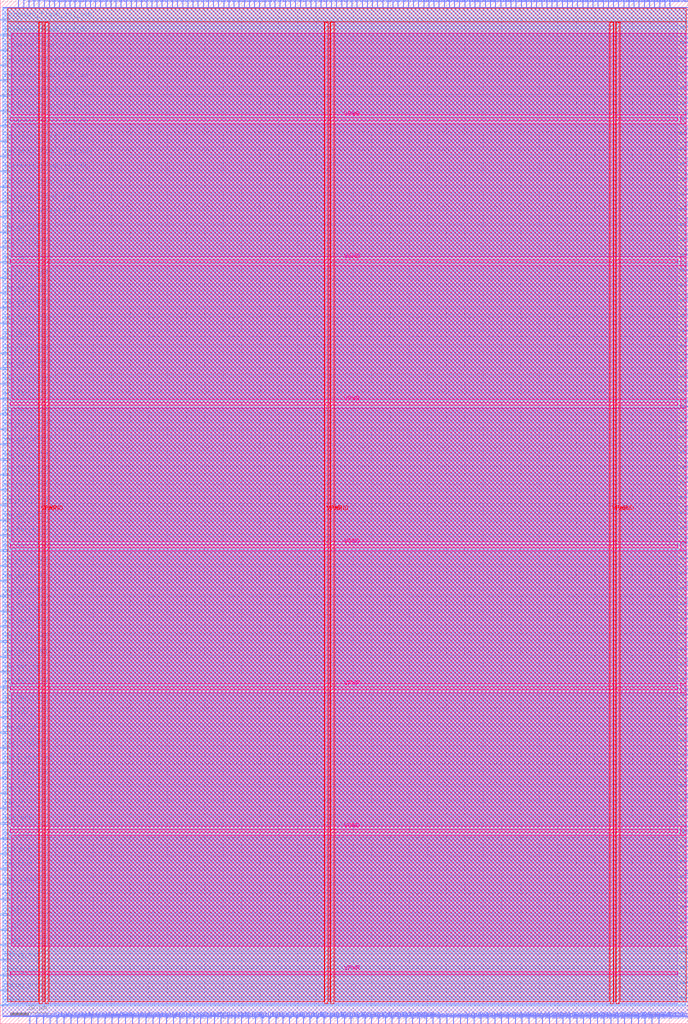
<source format=lef>
VERSION 5.7 ;
  NOWIREEXTENSIONATPIN ON ;
  DIVIDERCHAR "/" ;
  BUSBITCHARS "[]" ;
MACRO housekeeping
  CLASS BLOCK ;
  FOREIGN housekeeping ;
  ORIGIN 0.000 0.000 ;
  SIZE 370.230 BY 550.950 ;
  PIN VGND
    DIRECTION INOUT ;
    USE GROUND ;
    PORT
      LAYER met4 ;
        RECT 24.340 10.640 25.940 538.800 ;
    END
    PORT
      LAYER met4 ;
        RECT 177.940 10.640 179.540 538.800 ;
    END
    PORT
      LAYER met4 ;
        RECT 331.540 10.640 333.140 538.800 ;
    END
    PORT
      LAYER met5 ;
        RECT 5.280 103.080 364.560 104.680 ;
    END
    PORT
      LAYER met5 ;
        RECT 5.280 256.260 364.560 257.860 ;
    END
    PORT
      LAYER met5 ;
        RECT 5.280 409.440 364.560 411.040 ;
    END
  END VGND
  PIN VPWR
    DIRECTION INOUT ;
    USE POWER ;
    PORT
      LAYER met4 ;
        RECT 21.040 10.640 22.640 538.800 ;
    END
    PORT
      LAYER met4 ;
        RECT 174.640 10.640 176.240 538.800 ;
    END
    PORT
      LAYER met4 ;
        RECT 328.240 10.640 329.840 538.800 ;
    END
    PORT
      LAYER met5 ;
        RECT 5.280 26.490 364.560 28.090 ;
    END
    PORT
      LAYER met5 ;
        RECT 5.280 179.670 364.560 181.270 ;
    END
    PORT
      LAYER met5 ;
        RECT 5.280 332.850 364.560 334.450 ;
    END
    PORT
      LAYER met5 ;
        RECT 5.280 486.030 364.560 487.630 ;
    END
  END VPWR
  PIN debug_in
    DIRECTION OUTPUT TRISTATE ;
    USE SIGNAL ;
    PORT
      LAYER met3 ;
        RECT 0.000 9.560 4.000 10.160 ;
    END
  END debug_in
  PIN debug_mode
    DIRECTION INPUT ;
    USE SIGNAL ;
    PORT
      LAYER met3 ;
        RECT 0.000 17.720 4.000 18.320 ;
    END
  END debug_mode
  PIN debug_oeb
    DIRECTION INPUT ;
    USE SIGNAL ;
    PORT
      LAYER met3 ;
        RECT 0.000 25.880 4.000 26.480 ;
    END
  END debug_oeb
  PIN debug_out
    DIRECTION INPUT ;
    USE SIGNAL ;
    PORT
      LAYER met3 ;
        RECT 0.000 34.040 4.000 34.640 ;
    END
  END debug_out
  PIN irq[0]
    DIRECTION OUTPUT TRISTATE ;
    USE SIGNAL ;
    PORT
      LAYER met3 ;
        RECT 0.000 50.360 4.000 50.960 ;
    END
  END irq[0]
  PIN irq[1]
    DIRECTION OUTPUT TRISTATE ;
    USE SIGNAL ;
    PORT
      LAYER met3 ;
        RECT 0.000 58.520 4.000 59.120 ;
    END
  END irq[1]
  PIN irq[2]
    DIRECTION OUTPUT TRISTATE ;
    USE SIGNAL ;
    PORT
      LAYER met3 ;
        RECT 0.000 66.680 4.000 67.280 ;
    END
  END irq[2]
  PIN mask_rev_in[0]
    DIRECTION INPUT ;
    USE SIGNAL ;
    PORT
      LAYER met2 ;
        RECT 225.490 0.000 225.770 4.000 ;
    END
  END mask_rev_in[0]
  PIN mask_rev_in[10]
    DIRECTION INPUT ;
    USE SIGNAL ;
    PORT
      LAYER met2 ;
        RECT 262.290 0.000 262.570 4.000 ;
    END
  END mask_rev_in[10]
  PIN mask_rev_in[11]
    DIRECTION INPUT ;
    USE SIGNAL ;
    PORT
      LAYER met2 ;
        RECT 265.970 0.000 266.250 4.000 ;
    END
  END mask_rev_in[11]
  PIN mask_rev_in[12]
    DIRECTION INPUT ;
    USE SIGNAL ;
    PORT
      LAYER met2 ;
        RECT 269.650 0.000 269.930 4.000 ;
    END
  END mask_rev_in[12]
  PIN mask_rev_in[13]
    DIRECTION INPUT ;
    USE SIGNAL ;
    PORT
      LAYER met2 ;
        RECT 273.330 0.000 273.610 4.000 ;
    END
  END mask_rev_in[13]
  PIN mask_rev_in[14]
    DIRECTION INPUT ;
    USE SIGNAL ;
    PORT
      LAYER met2 ;
        RECT 277.010 0.000 277.290 4.000 ;
    END
  END mask_rev_in[14]
  PIN mask_rev_in[15]
    DIRECTION INPUT ;
    USE SIGNAL ;
    PORT
      LAYER met2 ;
        RECT 280.690 0.000 280.970 4.000 ;
    END
  END mask_rev_in[15]
  PIN mask_rev_in[16]
    DIRECTION INPUT ;
    USE SIGNAL ;
    PORT
      LAYER met2 ;
        RECT 284.370 0.000 284.650 4.000 ;
    END
  END mask_rev_in[16]
  PIN mask_rev_in[17]
    DIRECTION INPUT ;
    USE SIGNAL ;
    PORT
      LAYER met2 ;
        RECT 288.050 0.000 288.330 4.000 ;
    END
  END mask_rev_in[17]
  PIN mask_rev_in[18]
    DIRECTION INPUT ;
    USE SIGNAL ;
    PORT
      LAYER met2 ;
        RECT 291.730 0.000 292.010 4.000 ;
    END
  END mask_rev_in[18]
  PIN mask_rev_in[19]
    DIRECTION INPUT ;
    USE SIGNAL ;
    PORT
      LAYER met2 ;
        RECT 295.410 0.000 295.690 4.000 ;
    END
  END mask_rev_in[19]
  PIN mask_rev_in[1]
    DIRECTION INPUT ;
    USE SIGNAL ;
    PORT
      LAYER met2 ;
        RECT 229.170 0.000 229.450 4.000 ;
    END
  END mask_rev_in[1]
  PIN mask_rev_in[20]
    DIRECTION INPUT ;
    USE SIGNAL ;
    PORT
      LAYER met2 ;
        RECT 299.090 0.000 299.370 4.000 ;
    END
  END mask_rev_in[20]
  PIN mask_rev_in[21]
    DIRECTION INPUT ;
    USE SIGNAL ;
    PORT
      LAYER met2 ;
        RECT 302.770 0.000 303.050 4.000 ;
    END
  END mask_rev_in[21]
  PIN mask_rev_in[22]
    DIRECTION INPUT ;
    USE SIGNAL ;
    PORT
      LAYER met2 ;
        RECT 306.450 0.000 306.730 4.000 ;
    END
  END mask_rev_in[22]
  PIN mask_rev_in[23]
    DIRECTION INPUT ;
    USE SIGNAL ;
    PORT
      LAYER met2 ;
        RECT 310.130 0.000 310.410 4.000 ;
    END
  END mask_rev_in[23]
  PIN mask_rev_in[24]
    DIRECTION INPUT ;
    USE SIGNAL ;
    PORT
      LAYER met2 ;
        RECT 313.810 0.000 314.090 4.000 ;
    END
  END mask_rev_in[24]
  PIN mask_rev_in[25]
    DIRECTION INPUT ;
    USE SIGNAL ;
    PORT
      LAYER met2 ;
        RECT 317.490 0.000 317.770 4.000 ;
    END
  END mask_rev_in[25]
  PIN mask_rev_in[26]
    DIRECTION INPUT ;
    USE SIGNAL ;
    PORT
      LAYER met2 ;
        RECT 321.170 0.000 321.450 4.000 ;
    END
  END mask_rev_in[26]
  PIN mask_rev_in[27]
    DIRECTION INPUT ;
    USE SIGNAL ;
    PORT
      LAYER met2 ;
        RECT 324.850 0.000 325.130 4.000 ;
    END
  END mask_rev_in[27]
  PIN mask_rev_in[28]
    DIRECTION INPUT ;
    USE SIGNAL ;
    PORT
      LAYER met2 ;
        RECT 328.530 0.000 328.810 4.000 ;
    END
  END mask_rev_in[28]
  PIN mask_rev_in[29]
    DIRECTION INPUT ;
    USE SIGNAL ;
    PORT
      LAYER met2 ;
        RECT 332.210 0.000 332.490 4.000 ;
    END
  END mask_rev_in[29]
  PIN mask_rev_in[2]
    DIRECTION INPUT ;
    USE SIGNAL ;
    PORT
      LAYER met2 ;
        RECT 232.850 0.000 233.130 4.000 ;
    END
  END mask_rev_in[2]
  PIN mask_rev_in[30]
    DIRECTION INPUT ;
    USE SIGNAL ;
    PORT
      LAYER met2 ;
        RECT 335.890 0.000 336.170 4.000 ;
    END
  END mask_rev_in[30]
  PIN mask_rev_in[31]
    DIRECTION INPUT ;
    USE SIGNAL ;
    PORT
      LAYER met2 ;
        RECT 339.570 0.000 339.850 4.000 ;
    END
  END mask_rev_in[31]
  PIN mask_rev_in[3]
    DIRECTION INPUT ;
    USE SIGNAL ;
    PORT
      LAYER met2 ;
        RECT 236.530 0.000 236.810 4.000 ;
    END
  END mask_rev_in[3]
  PIN mask_rev_in[4]
    DIRECTION INPUT ;
    USE SIGNAL ;
    PORT
      LAYER met2 ;
        RECT 240.210 0.000 240.490 4.000 ;
    END
  END mask_rev_in[4]
  PIN mask_rev_in[5]
    DIRECTION INPUT ;
    USE SIGNAL ;
    PORT
      LAYER met2 ;
        RECT 243.890 0.000 244.170 4.000 ;
    END
  END mask_rev_in[5]
  PIN mask_rev_in[6]
    DIRECTION INPUT ;
    USE SIGNAL ;
    PORT
      LAYER met2 ;
        RECT 247.570 0.000 247.850 4.000 ;
    END
  END mask_rev_in[6]
  PIN mask_rev_in[7]
    DIRECTION INPUT ;
    USE SIGNAL ;
    PORT
      LAYER met2 ;
        RECT 251.250 0.000 251.530 4.000 ;
    END
  END mask_rev_in[7]
  PIN mask_rev_in[8]
    DIRECTION INPUT ;
    USE SIGNAL ;
    PORT
      LAYER met2 ;
        RECT 254.930 0.000 255.210 4.000 ;
    END
  END mask_rev_in[8]
  PIN mask_rev_in[9]
    DIRECTION INPUT ;
    USE SIGNAL ;
    PORT
      LAYER met2 ;
        RECT 258.610 0.000 258.890 4.000 ;
    END
  END mask_rev_in[9]
  PIN mgmt_gpio_in[0]
    DIRECTION INPUT ;
    USE SIGNAL ;
    PORT
      LAYER met3 ;
        RECT 366.230 54.440 370.230 55.040 ;
    END
  END mgmt_gpio_in[0]
  PIN mgmt_gpio_in[10]
    DIRECTION INPUT ;
    USE SIGNAL ;
    PORT
      LAYER met3 ;
        RECT 366.230 299.240 370.230 299.840 ;
    END
  END mgmt_gpio_in[10]
  PIN mgmt_gpio_in[11]
    DIRECTION INPUT ;
    USE SIGNAL ;
    PORT
      LAYER met3 ;
        RECT 366.230 323.720 370.230 324.320 ;
    END
  END mgmt_gpio_in[11]
  PIN mgmt_gpio_in[12]
    DIRECTION INPUT ;
    USE SIGNAL ;
    PORT
      LAYER met3 ;
        RECT 366.230 348.200 370.230 348.800 ;
    END
  END mgmt_gpio_in[12]
  PIN mgmt_gpio_in[13]
    DIRECTION INPUT ;
    USE SIGNAL ;
    PORT
      LAYER met3 ;
        RECT 366.230 372.680 370.230 373.280 ;
    END
  END mgmt_gpio_in[13]
  PIN mgmt_gpio_in[14]
    DIRECTION INPUT ;
    USE SIGNAL ;
    PORT
      LAYER met3 ;
        RECT 366.230 397.160 370.230 397.760 ;
    END
  END mgmt_gpio_in[14]
  PIN mgmt_gpio_in[15]
    DIRECTION INPUT ;
    USE SIGNAL ;
    PORT
      LAYER met3 ;
        RECT 366.230 421.640 370.230 422.240 ;
    END
  END mgmt_gpio_in[15]
  PIN mgmt_gpio_in[16]
    DIRECTION INPUT ;
    USE SIGNAL ;
    PORT
      LAYER met3 ;
        RECT 366.230 446.120 370.230 446.720 ;
    END
  END mgmt_gpio_in[16]
  PIN mgmt_gpio_in[17]
    DIRECTION INPUT ;
    USE SIGNAL ;
    PORT
      LAYER met3 ;
        RECT 366.230 470.600 370.230 471.200 ;
    END
  END mgmt_gpio_in[17]
  PIN mgmt_gpio_in[18]
    DIRECTION INPUT ;
    USE SIGNAL ;
    PORT
      LAYER met3 ;
        RECT 366.230 495.080 370.230 495.680 ;
    END
  END mgmt_gpio_in[18]
  PIN mgmt_gpio_in[19]
    DIRECTION INPUT ;
    USE SIGNAL ;
    PORT
      LAYER met3 ;
        RECT 366.230 519.560 370.230 520.160 ;
    END
  END mgmt_gpio_in[19]
  PIN mgmt_gpio_in[1]
    DIRECTION INPUT ;
    USE SIGNAL ;
    PORT
      LAYER met3 ;
        RECT 366.230 78.920 370.230 79.520 ;
    END
  END mgmt_gpio_in[1]
  PIN mgmt_gpio_in[20]
    DIRECTION INPUT ;
    USE SIGNAL ;
    PORT
      LAYER met2 ;
        RECT 213.990 546.950 214.270 550.950 ;
    END
  END mgmt_gpio_in[20]
  PIN mgmt_gpio_in[21]
    DIRECTION INPUT ;
    USE SIGNAL ;
    PORT
      LAYER met2 ;
        RECT 222.270 546.950 222.550 550.950 ;
    END
  END mgmt_gpio_in[21]
  PIN mgmt_gpio_in[22]
    DIRECTION INPUT ;
    USE SIGNAL ;
    PORT
      LAYER met2 ;
        RECT 230.550 546.950 230.830 550.950 ;
    END
  END mgmt_gpio_in[22]
  PIN mgmt_gpio_in[23]
    DIRECTION INPUT ;
    USE SIGNAL ;
    PORT
      LAYER met2 ;
        RECT 238.830 546.950 239.110 550.950 ;
    END
  END mgmt_gpio_in[23]
  PIN mgmt_gpio_in[24]
    DIRECTION INPUT ;
    USE SIGNAL ;
    PORT
      LAYER met2 ;
        RECT 247.110 546.950 247.390 550.950 ;
    END
  END mgmt_gpio_in[24]
  PIN mgmt_gpio_in[25]
    DIRECTION INPUT ;
    USE SIGNAL ;
    PORT
      LAYER met2 ;
        RECT 255.390 546.950 255.670 550.950 ;
    END
  END mgmt_gpio_in[25]
  PIN mgmt_gpio_in[26]
    DIRECTION INPUT ;
    USE SIGNAL ;
    PORT
      LAYER met2 ;
        RECT 263.670 546.950 263.950 550.950 ;
    END
  END mgmt_gpio_in[26]
  PIN mgmt_gpio_in[27]
    DIRECTION INPUT ;
    USE SIGNAL ;
    PORT
      LAYER met2 ;
        RECT 271.950 546.950 272.230 550.950 ;
    END
  END mgmt_gpio_in[27]
  PIN mgmt_gpio_in[28]
    DIRECTION INPUT ;
    USE SIGNAL ;
    PORT
      LAYER met2 ;
        RECT 280.230 546.950 280.510 550.950 ;
    END
  END mgmt_gpio_in[28]
  PIN mgmt_gpio_in[29]
    DIRECTION INPUT ;
    USE SIGNAL ;
    PORT
      LAYER met2 ;
        RECT 288.510 546.950 288.790 550.950 ;
    END
  END mgmt_gpio_in[29]
  PIN mgmt_gpio_in[2]
    DIRECTION INPUT ;
    USE SIGNAL ;
    PORT
      LAYER met3 ;
        RECT 366.230 103.400 370.230 104.000 ;
    END
  END mgmt_gpio_in[2]
  PIN mgmt_gpio_in[30]
    DIRECTION INPUT ;
    USE SIGNAL ;
    PORT
      LAYER met2 ;
        RECT 296.790 546.950 297.070 550.950 ;
    END
  END mgmt_gpio_in[30]
  PIN mgmt_gpio_in[31]
    DIRECTION INPUT ;
    USE SIGNAL ;
    PORT
      LAYER met2 ;
        RECT 305.070 546.950 305.350 550.950 ;
    END
  END mgmt_gpio_in[31]
  PIN mgmt_gpio_in[32]
    DIRECTION INPUT ;
    USE SIGNAL ;
    PORT
      LAYER met2 ;
        RECT 313.350 546.950 313.630 550.950 ;
    END
  END mgmt_gpio_in[32]
  PIN mgmt_gpio_in[33]
    DIRECTION INPUT ;
    USE SIGNAL ;
    PORT
      LAYER met2 ;
        RECT 321.630 546.950 321.910 550.950 ;
    END
  END mgmt_gpio_in[33]
  PIN mgmt_gpio_in[34]
    DIRECTION INPUT ;
    USE SIGNAL ;
    PORT
      LAYER met2 ;
        RECT 329.910 546.950 330.190 550.950 ;
    END
  END mgmt_gpio_in[34]
  PIN mgmt_gpio_in[35]
    DIRECTION INPUT ;
    USE SIGNAL ;
    PORT
      LAYER met2 ;
        RECT 338.190 546.950 338.470 550.950 ;
    END
  END mgmt_gpio_in[35]
  PIN mgmt_gpio_in[36]
    DIRECTION INPUT ;
    USE SIGNAL ;
    PORT
      LAYER met2 ;
        RECT 346.470 546.950 346.750 550.950 ;
    END
  END mgmt_gpio_in[36]
  PIN mgmt_gpio_in[37]
    DIRECTION INPUT ;
    USE SIGNAL ;
    PORT
      LAYER met2 ;
        RECT 354.750 546.950 355.030 550.950 ;
    END
  END mgmt_gpio_in[37]
  PIN mgmt_gpio_in[3]
    DIRECTION INPUT ;
    USE SIGNAL ;
    PORT
      LAYER met3 ;
        RECT 366.230 127.880 370.230 128.480 ;
    END
  END mgmt_gpio_in[3]
  PIN mgmt_gpio_in[4]
    DIRECTION INPUT ;
    USE SIGNAL ;
    PORT
      LAYER met3 ;
        RECT 366.230 152.360 370.230 152.960 ;
    END
  END mgmt_gpio_in[4]
  PIN mgmt_gpio_in[5]
    DIRECTION INPUT ;
    USE SIGNAL ;
    PORT
      LAYER met3 ;
        RECT 366.230 176.840 370.230 177.440 ;
    END
  END mgmt_gpio_in[5]
  PIN mgmt_gpio_in[6]
    DIRECTION INPUT ;
    USE SIGNAL ;
    PORT
      LAYER met3 ;
        RECT 366.230 201.320 370.230 201.920 ;
    END
  END mgmt_gpio_in[6]
  PIN mgmt_gpio_in[7]
    DIRECTION INPUT ;
    USE SIGNAL ;
    PORT
      LAYER met3 ;
        RECT 366.230 225.800 370.230 226.400 ;
    END
  END mgmt_gpio_in[7]
  PIN mgmt_gpio_in[8]
    DIRECTION INPUT ;
    USE SIGNAL ;
    PORT
      LAYER met3 ;
        RECT 366.230 250.280 370.230 250.880 ;
    END
  END mgmt_gpio_in[8]
  PIN mgmt_gpio_in[9]
    DIRECTION INPUT ;
    USE SIGNAL ;
    PORT
      LAYER met3 ;
        RECT 366.230 274.760 370.230 275.360 ;
    END
  END mgmt_gpio_in[9]
  PIN mgmt_gpio_oeb[0]
    DIRECTION OUTPUT TRISTATE ;
    USE SIGNAL ;
    PORT
      LAYER met3 ;
        RECT 366.230 62.600 370.230 63.200 ;
    END
  END mgmt_gpio_oeb[0]
  PIN mgmt_gpio_oeb[10]
    DIRECTION OUTPUT TRISTATE ;
    USE SIGNAL ;
    PORT
      LAYER met3 ;
        RECT 366.230 307.400 370.230 308.000 ;
    END
  END mgmt_gpio_oeb[10]
  PIN mgmt_gpio_oeb[11]
    DIRECTION OUTPUT TRISTATE ;
    USE SIGNAL ;
    PORT
      LAYER met3 ;
        RECT 366.230 331.880 370.230 332.480 ;
    END
  END mgmt_gpio_oeb[11]
  PIN mgmt_gpio_oeb[12]
    DIRECTION OUTPUT TRISTATE ;
    USE SIGNAL ;
    PORT
      LAYER met3 ;
        RECT 366.230 356.360 370.230 356.960 ;
    END
  END mgmt_gpio_oeb[12]
  PIN mgmt_gpio_oeb[13]
    DIRECTION OUTPUT TRISTATE ;
    USE SIGNAL ;
    PORT
      LAYER met3 ;
        RECT 366.230 380.840 370.230 381.440 ;
    END
  END mgmt_gpio_oeb[13]
  PIN mgmt_gpio_oeb[14]
    DIRECTION OUTPUT TRISTATE ;
    USE SIGNAL ;
    PORT
      LAYER met3 ;
        RECT 366.230 405.320 370.230 405.920 ;
    END
  END mgmt_gpio_oeb[14]
  PIN mgmt_gpio_oeb[15]
    DIRECTION OUTPUT TRISTATE ;
    USE SIGNAL ;
    PORT
      LAYER met3 ;
        RECT 366.230 429.800 370.230 430.400 ;
    END
  END mgmt_gpio_oeb[15]
  PIN mgmt_gpio_oeb[16]
    DIRECTION OUTPUT TRISTATE ;
    USE SIGNAL ;
    PORT
      LAYER met3 ;
        RECT 366.230 454.280 370.230 454.880 ;
    END
  END mgmt_gpio_oeb[16]
  PIN mgmt_gpio_oeb[17]
    DIRECTION OUTPUT TRISTATE ;
    USE SIGNAL ;
    PORT
      LAYER met3 ;
        RECT 366.230 478.760 370.230 479.360 ;
    END
  END mgmt_gpio_oeb[17]
  PIN mgmt_gpio_oeb[18]
    DIRECTION OUTPUT TRISTATE ;
    USE SIGNAL ;
    PORT
      LAYER met3 ;
        RECT 366.230 503.240 370.230 503.840 ;
    END
  END mgmt_gpio_oeb[18]
  PIN mgmt_gpio_oeb[19]
    DIRECTION OUTPUT TRISTATE ;
    USE SIGNAL ;
    PORT
      LAYER met3 ;
        RECT 366.230 527.720 370.230 528.320 ;
    END
  END mgmt_gpio_oeb[19]
  PIN mgmt_gpio_oeb[1]
    DIRECTION OUTPUT TRISTATE ;
    USE SIGNAL ;
    PORT
      LAYER met3 ;
        RECT 366.230 87.080 370.230 87.680 ;
    END
  END mgmt_gpio_oeb[1]
  PIN mgmt_gpio_oeb[20]
    DIRECTION OUTPUT TRISTATE ;
    USE SIGNAL ;
    PORT
      LAYER met2 ;
        RECT 216.750 546.950 217.030 550.950 ;
    END
  END mgmt_gpio_oeb[20]
  PIN mgmt_gpio_oeb[21]
    DIRECTION OUTPUT TRISTATE ;
    USE SIGNAL ;
    PORT
      LAYER met2 ;
        RECT 225.030 546.950 225.310 550.950 ;
    END
  END mgmt_gpio_oeb[21]
  PIN mgmt_gpio_oeb[22]
    DIRECTION OUTPUT TRISTATE ;
    USE SIGNAL ;
    PORT
      LAYER met2 ;
        RECT 233.310 546.950 233.590 550.950 ;
    END
  END mgmt_gpio_oeb[22]
  PIN mgmt_gpio_oeb[23]
    DIRECTION OUTPUT TRISTATE ;
    USE SIGNAL ;
    PORT
      LAYER met2 ;
        RECT 241.590 546.950 241.870 550.950 ;
    END
  END mgmt_gpio_oeb[23]
  PIN mgmt_gpio_oeb[24]
    DIRECTION OUTPUT TRISTATE ;
    USE SIGNAL ;
    PORT
      LAYER met2 ;
        RECT 249.870 546.950 250.150 550.950 ;
    END
  END mgmt_gpio_oeb[24]
  PIN mgmt_gpio_oeb[25]
    DIRECTION OUTPUT TRISTATE ;
    USE SIGNAL ;
    PORT
      LAYER met2 ;
        RECT 258.150 546.950 258.430 550.950 ;
    END
  END mgmt_gpio_oeb[25]
  PIN mgmt_gpio_oeb[26]
    DIRECTION OUTPUT TRISTATE ;
    USE SIGNAL ;
    PORT
      LAYER met2 ;
        RECT 266.430 546.950 266.710 550.950 ;
    END
  END mgmt_gpio_oeb[26]
  PIN mgmt_gpio_oeb[27]
    DIRECTION OUTPUT TRISTATE ;
    USE SIGNAL ;
    PORT
      LAYER met2 ;
        RECT 274.710 546.950 274.990 550.950 ;
    END
  END mgmt_gpio_oeb[27]
  PIN mgmt_gpio_oeb[28]
    DIRECTION OUTPUT TRISTATE ;
    USE SIGNAL ;
    PORT
      LAYER met2 ;
        RECT 282.990 546.950 283.270 550.950 ;
    END
  END mgmt_gpio_oeb[28]
  PIN mgmt_gpio_oeb[29]
    DIRECTION OUTPUT TRISTATE ;
    USE SIGNAL ;
    PORT
      LAYER met2 ;
        RECT 291.270 546.950 291.550 550.950 ;
    END
  END mgmt_gpio_oeb[29]
  PIN mgmt_gpio_oeb[2]
    DIRECTION OUTPUT TRISTATE ;
    USE SIGNAL ;
    PORT
      LAYER met3 ;
        RECT 366.230 111.560 370.230 112.160 ;
    END
  END mgmt_gpio_oeb[2]
  PIN mgmt_gpio_oeb[30]
    DIRECTION OUTPUT TRISTATE ;
    USE SIGNAL ;
    PORT
      LAYER met2 ;
        RECT 299.550 546.950 299.830 550.950 ;
    END
  END mgmt_gpio_oeb[30]
  PIN mgmt_gpio_oeb[31]
    DIRECTION OUTPUT TRISTATE ;
    USE SIGNAL ;
    PORT
      LAYER met2 ;
        RECT 307.830 546.950 308.110 550.950 ;
    END
  END mgmt_gpio_oeb[31]
  PIN mgmt_gpio_oeb[32]
    DIRECTION OUTPUT TRISTATE ;
    USE SIGNAL ;
    PORT
      LAYER met2 ;
        RECT 316.110 546.950 316.390 550.950 ;
    END
  END mgmt_gpio_oeb[32]
  PIN mgmt_gpio_oeb[33]
    DIRECTION OUTPUT TRISTATE ;
    USE SIGNAL ;
    PORT
      LAYER met2 ;
        RECT 324.390 546.950 324.670 550.950 ;
    END
  END mgmt_gpio_oeb[33]
  PIN mgmt_gpio_oeb[34]
    DIRECTION OUTPUT TRISTATE ;
    USE SIGNAL ;
    PORT
      LAYER met2 ;
        RECT 332.670 546.950 332.950 550.950 ;
    END
  END mgmt_gpio_oeb[34]
  PIN mgmt_gpio_oeb[35]
    DIRECTION OUTPUT TRISTATE ;
    USE SIGNAL ;
    PORT
      LAYER met2 ;
        RECT 340.950 546.950 341.230 550.950 ;
    END
  END mgmt_gpio_oeb[35]
  PIN mgmt_gpio_oeb[36]
    DIRECTION OUTPUT TRISTATE ;
    USE SIGNAL ;
    PORT
      LAYER met2 ;
        RECT 349.230 546.950 349.510 550.950 ;
    END
  END mgmt_gpio_oeb[36]
  PIN mgmt_gpio_oeb[37]
    DIRECTION OUTPUT TRISTATE ;
    USE SIGNAL ;
    PORT
      LAYER met2 ;
        RECT 357.510 546.950 357.790 550.950 ;
    END
  END mgmt_gpio_oeb[37]
  PIN mgmt_gpio_oeb[3]
    DIRECTION OUTPUT TRISTATE ;
    USE SIGNAL ;
    PORT
      LAYER met3 ;
        RECT 366.230 136.040 370.230 136.640 ;
    END
  END mgmt_gpio_oeb[3]
  PIN mgmt_gpio_oeb[4]
    DIRECTION OUTPUT TRISTATE ;
    USE SIGNAL ;
    PORT
      LAYER met3 ;
        RECT 366.230 160.520 370.230 161.120 ;
    END
  END mgmt_gpio_oeb[4]
  PIN mgmt_gpio_oeb[5]
    DIRECTION OUTPUT TRISTATE ;
    USE SIGNAL ;
    PORT
      LAYER met3 ;
        RECT 366.230 185.000 370.230 185.600 ;
    END
  END mgmt_gpio_oeb[5]
  PIN mgmt_gpio_oeb[6]
    DIRECTION OUTPUT TRISTATE ;
    USE SIGNAL ;
    PORT
      LAYER met3 ;
        RECT 366.230 209.480 370.230 210.080 ;
    END
  END mgmt_gpio_oeb[6]
  PIN mgmt_gpio_oeb[7]
    DIRECTION OUTPUT TRISTATE ;
    USE SIGNAL ;
    PORT
      LAYER met3 ;
        RECT 366.230 233.960 370.230 234.560 ;
    END
  END mgmt_gpio_oeb[7]
  PIN mgmt_gpio_oeb[8]
    DIRECTION OUTPUT TRISTATE ;
    USE SIGNAL ;
    PORT
      LAYER met3 ;
        RECT 366.230 258.440 370.230 259.040 ;
    END
  END mgmt_gpio_oeb[8]
  PIN mgmt_gpio_oeb[9]
    DIRECTION OUTPUT TRISTATE ;
    USE SIGNAL ;
    PORT
      LAYER met3 ;
        RECT 366.230 282.920 370.230 283.520 ;
    END
  END mgmt_gpio_oeb[9]
  PIN mgmt_gpio_out[0]
    DIRECTION OUTPUT TRISTATE ;
    USE SIGNAL ;
    PORT
      LAYER met3 ;
        RECT 366.230 70.760 370.230 71.360 ;
    END
  END mgmt_gpio_out[0]
  PIN mgmt_gpio_out[10]
    DIRECTION OUTPUT TRISTATE ;
    USE SIGNAL ;
    PORT
      LAYER met3 ;
        RECT 366.230 315.560 370.230 316.160 ;
    END
  END mgmt_gpio_out[10]
  PIN mgmt_gpio_out[11]
    DIRECTION OUTPUT TRISTATE ;
    USE SIGNAL ;
    PORT
      LAYER met3 ;
        RECT 366.230 340.040 370.230 340.640 ;
    END
  END mgmt_gpio_out[11]
  PIN mgmt_gpio_out[12]
    DIRECTION OUTPUT TRISTATE ;
    USE SIGNAL ;
    PORT
      LAYER met3 ;
        RECT 366.230 364.520 370.230 365.120 ;
    END
  END mgmt_gpio_out[12]
  PIN mgmt_gpio_out[13]
    DIRECTION OUTPUT TRISTATE ;
    USE SIGNAL ;
    PORT
      LAYER met3 ;
        RECT 366.230 389.000 370.230 389.600 ;
    END
  END mgmt_gpio_out[13]
  PIN mgmt_gpio_out[14]
    DIRECTION OUTPUT TRISTATE ;
    USE SIGNAL ;
    PORT
      LAYER met3 ;
        RECT 366.230 413.480 370.230 414.080 ;
    END
  END mgmt_gpio_out[14]
  PIN mgmt_gpio_out[15]
    DIRECTION OUTPUT TRISTATE ;
    USE SIGNAL ;
    PORT
      LAYER met3 ;
        RECT 366.230 437.960 370.230 438.560 ;
    END
  END mgmt_gpio_out[15]
  PIN mgmt_gpio_out[16]
    DIRECTION OUTPUT TRISTATE ;
    USE SIGNAL ;
    PORT
      LAYER met3 ;
        RECT 366.230 462.440 370.230 463.040 ;
    END
  END mgmt_gpio_out[16]
  PIN mgmt_gpio_out[17]
    DIRECTION OUTPUT TRISTATE ;
    USE SIGNAL ;
    PORT
      LAYER met3 ;
        RECT 366.230 486.920 370.230 487.520 ;
    END
  END mgmt_gpio_out[17]
  PIN mgmt_gpio_out[18]
    DIRECTION OUTPUT TRISTATE ;
    USE SIGNAL ;
    PORT
      LAYER met3 ;
        RECT 366.230 511.400 370.230 512.000 ;
    END
  END mgmt_gpio_out[18]
  PIN mgmt_gpio_out[19]
    DIRECTION OUTPUT TRISTATE ;
    USE SIGNAL ;
    PORT
      LAYER met3 ;
        RECT 366.230 535.880 370.230 536.480 ;
    END
  END mgmt_gpio_out[19]
  PIN mgmt_gpio_out[1]
    DIRECTION OUTPUT TRISTATE ;
    USE SIGNAL ;
    PORT
      LAYER met3 ;
        RECT 366.230 95.240 370.230 95.840 ;
    END
  END mgmt_gpio_out[1]
  PIN mgmt_gpio_out[20]
    DIRECTION OUTPUT TRISTATE ;
    USE SIGNAL ;
    PORT
      LAYER met2 ;
        RECT 219.510 546.950 219.790 550.950 ;
    END
  END mgmt_gpio_out[20]
  PIN mgmt_gpio_out[21]
    DIRECTION OUTPUT TRISTATE ;
    USE SIGNAL ;
    PORT
      LAYER met2 ;
        RECT 227.790 546.950 228.070 550.950 ;
    END
  END mgmt_gpio_out[21]
  PIN mgmt_gpio_out[22]
    DIRECTION OUTPUT TRISTATE ;
    USE SIGNAL ;
    PORT
      LAYER met2 ;
        RECT 236.070 546.950 236.350 550.950 ;
    END
  END mgmt_gpio_out[22]
  PIN mgmt_gpio_out[23]
    DIRECTION OUTPUT TRISTATE ;
    USE SIGNAL ;
    PORT
      LAYER met2 ;
        RECT 244.350 546.950 244.630 550.950 ;
    END
  END mgmt_gpio_out[23]
  PIN mgmt_gpio_out[24]
    DIRECTION OUTPUT TRISTATE ;
    USE SIGNAL ;
    PORT
      LAYER met2 ;
        RECT 252.630 546.950 252.910 550.950 ;
    END
  END mgmt_gpio_out[24]
  PIN mgmt_gpio_out[25]
    DIRECTION OUTPUT TRISTATE ;
    USE SIGNAL ;
    PORT
      LAYER met2 ;
        RECT 260.910 546.950 261.190 550.950 ;
    END
  END mgmt_gpio_out[25]
  PIN mgmt_gpio_out[26]
    DIRECTION OUTPUT TRISTATE ;
    USE SIGNAL ;
    PORT
      LAYER met2 ;
        RECT 269.190 546.950 269.470 550.950 ;
    END
  END mgmt_gpio_out[26]
  PIN mgmt_gpio_out[27]
    DIRECTION OUTPUT TRISTATE ;
    USE SIGNAL ;
    PORT
      LAYER met2 ;
        RECT 277.470 546.950 277.750 550.950 ;
    END
  END mgmt_gpio_out[27]
  PIN mgmt_gpio_out[28]
    DIRECTION OUTPUT TRISTATE ;
    USE SIGNAL ;
    PORT
      LAYER met2 ;
        RECT 285.750 546.950 286.030 550.950 ;
    END
  END mgmt_gpio_out[28]
  PIN mgmt_gpio_out[29]
    DIRECTION OUTPUT TRISTATE ;
    USE SIGNAL ;
    PORT
      LAYER met2 ;
        RECT 294.030 546.950 294.310 550.950 ;
    END
  END mgmt_gpio_out[29]
  PIN mgmt_gpio_out[2]
    DIRECTION OUTPUT TRISTATE ;
    USE SIGNAL ;
    PORT
      LAYER met3 ;
        RECT 366.230 119.720 370.230 120.320 ;
    END
  END mgmt_gpio_out[2]
  PIN mgmt_gpio_out[30]
    DIRECTION OUTPUT TRISTATE ;
    USE SIGNAL ;
    PORT
      LAYER met2 ;
        RECT 302.310 546.950 302.590 550.950 ;
    END
  END mgmt_gpio_out[30]
  PIN mgmt_gpio_out[31]
    DIRECTION OUTPUT TRISTATE ;
    USE SIGNAL ;
    PORT
      LAYER met2 ;
        RECT 310.590 546.950 310.870 550.950 ;
    END
  END mgmt_gpio_out[31]
  PIN mgmt_gpio_out[32]
    DIRECTION OUTPUT TRISTATE ;
    USE SIGNAL ;
    PORT
      LAYER met2 ;
        RECT 318.870 546.950 319.150 550.950 ;
    END
  END mgmt_gpio_out[32]
  PIN mgmt_gpio_out[33]
    DIRECTION OUTPUT TRISTATE ;
    USE SIGNAL ;
    PORT
      LAYER met2 ;
        RECT 327.150 546.950 327.430 550.950 ;
    END
  END mgmt_gpio_out[33]
  PIN mgmt_gpio_out[34]
    DIRECTION OUTPUT TRISTATE ;
    USE SIGNAL ;
    PORT
      LAYER met2 ;
        RECT 335.430 546.950 335.710 550.950 ;
    END
  END mgmt_gpio_out[34]
  PIN mgmt_gpio_out[35]
    DIRECTION OUTPUT TRISTATE ;
    USE SIGNAL ;
    PORT
      LAYER met2 ;
        RECT 343.710 546.950 343.990 550.950 ;
    END
  END mgmt_gpio_out[35]
  PIN mgmt_gpio_out[36]
    DIRECTION OUTPUT TRISTATE ;
    USE SIGNAL ;
    PORT
      LAYER met2 ;
        RECT 351.990 546.950 352.270 550.950 ;
    END
  END mgmt_gpio_out[36]
  PIN mgmt_gpio_out[37]
    DIRECTION OUTPUT TRISTATE ;
    USE SIGNAL ;
    PORT
      LAYER met2 ;
        RECT 360.270 546.950 360.550 550.950 ;
    END
  END mgmt_gpio_out[37]
  PIN mgmt_gpio_out[3]
    DIRECTION OUTPUT TRISTATE ;
    USE SIGNAL ;
    PORT
      LAYER met3 ;
        RECT 366.230 144.200 370.230 144.800 ;
    END
  END mgmt_gpio_out[3]
  PIN mgmt_gpio_out[4]
    DIRECTION OUTPUT TRISTATE ;
    USE SIGNAL ;
    PORT
      LAYER met3 ;
        RECT 366.230 168.680 370.230 169.280 ;
    END
  END mgmt_gpio_out[4]
  PIN mgmt_gpio_out[5]
    DIRECTION OUTPUT TRISTATE ;
    USE SIGNAL ;
    PORT
      LAYER met3 ;
        RECT 366.230 193.160 370.230 193.760 ;
    END
  END mgmt_gpio_out[5]
  PIN mgmt_gpio_out[6]
    DIRECTION OUTPUT TRISTATE ;
    USE SIGNAL ;
    PORT
      LAYER met3 ;
        RECT 366.230 217.640 370.230 218.240 ;
    END
  END mgmt_gpio_out[6]
  PIN mgmt_gpio_out[7]
    DIRECTION OUTPUT TRISTATE ;
    USE SIGNAL ;
    PORT
      LAYER met3 ;
        RECT 366.230 242.120 370.230 242.720 ;
    END
  END mgmt_gpio_out[7]
  PIN mgmt_gpio_out[8]
    DIRECTION OUTPUT TRISTATE ;
    USE SIGNAL ;
    PORT
      LAYER met3 ;
        RECT 366.230 266.600 370.230 267.200 ;
    END
  END mgmt_gpio_out[8]
  PIN mgmt_gpio_out[9]
    DIRECTION OUTPUT TRISTATE ;
    USE SIGNAL ;
    PORT
      LAYER met3 ;
        RECT 366.230 291.080 370.230 291.680 ;
    END
  END mgmt_gpio_out[9]
  PIN pad_flash_clk
    DIRECTION OUTPUT TRISTATE ;
    USE SIGNAL ;
    PORT
      LAYER met2 ;
        RECT 19.410 0.000 19.690 4.000 ;
    END
  END pad_flash_clk
  PIN pad_flash_clk_oeb
    DIRECTION OUTPUT TRISTATE ;
    USE SIGNAL ;
    PORT
      LAYER met2 ;
        RECT 23.090 0.000 23.370 4.000 ;
    END
  END pad_flash_clk_oeb
  PIN pad_flash_csb
    DIRECTION OUTPUT TRISTATE ;
    USE SIGNAL ;
    PORT
      LAYER met2 ;
        RECT 26.770 0.000 27.050 4.000 ;
    END
  END pad_flash_csb
  PIN pad_flash_csb_oeb
    DIRECTION OUTPUT TRISTATE ;
    USE SIGNAL ;
    PORT
      LAYER met2 ;
        RECT 30.450 0.000 30.730 4.000 ;
    END
  END pad_flash_csb_oeb
  PIN pad_flash_io0_di
    DIRECTION INPUT ;
    USE SIGNAL ;
    PORT
      LAYER met2 ;
        RECT 34.130 0.000 34.410 4.000 ;
    END
  END pad_flash_io0_di
  PIN pad_flash_io0_do
    DIRECTION OUTPUT TRISTATE ;
    USE SIGNAL ;
    PORT
      LAYER met2 ;
        RECT 37.810 0.000 38.090 4.000 ;
    END
  END pad_flash_io0_do
  PIN pad_flash_io0_ieb
    DIRECTION OUTPUT TRISTATE ;
    USE SIGNAL ;
    PORT
      LAYER met2 ;
        RECT 41.490 0.000 41.770 4.000 ;
    END
  END pad_flash_io0_ieb
  PIN pad_flash_io0_oeb
    DIRECTION OUTPUT TRISTATE ;
    USE SIGNAL ;
    PORT
      LAYER met2 ;
        RECT 45.170 0.000 45.450 4.000 ;
    END
  END pad_flash_io0_oeb
  PIN pad_flash_io1_di
    DIRECTION INPUT ;
    USE SIGNAL ;
    PORT
      LAYER met2 ;
        RECT 48.850 0.000 49.130 4.000 ;
    END
  END pad_flash_io1_di
  PIN pad_flash_io1_do
    DIRECTION OUTPUT TRISTATE ;
    USE SIGNAL ;
    PORT
      LAYER met2 ;
        RECT 52.530 0.000 52.810 4.000 ;
    END
  END pad_flash_io1_do
  PIN pad_flash_io1_ieb
    DIRECTION OUTPUT TRISTATE ;
    USE SIGNAL ;
    PORT
      LAYER met2 ;
        RECT 56.210 0.000 56.490 4.000 ;
    END
  END pad_flash_io1_ieb
  PIN pad_flash_io1_oeb
    DIRECTION OUTPUT TRISTATE ;
    USE SIGNAL ;
    PORT
      LAYER met2 ;
        RECT 59.890 0.000 60.170 4.000 ;
    END
  END pad_flash_io1_oeb
  PIN pll90_sel[0]
    DIRECTION OUTPUT TRISTATE ;
    USE SIGNAL ;
    PORT
      LAYER met2 ;
        RECT 107.730 0.000 108.010 4.000 ;
    END
  END pll90_sel[0]
  PIN pll90_sel[1]
    DIRECTION OUTPUT TRISTATE ;
    USE SIGNAL ;
    PORT
      LAYER met2 ;
        RECT 111.410 0.000 111.690 4.000 ;
    END
  END pll90_sel[1]
  PIN pll90_sel[2]
    DIRECTION OUTPUT TRISTATE ;
    USE SIGNAL ;
    PORT
      LAYER met2 ;
        RECT 115.090 0.000 115.370 4.000 ;
    END
  END pll90_sel[2]
  PIN pll_bypass
    DIRECTION OUTPUT TRISTATE ;
    USE SIGNAL ;
    PORT
      LAYER met2 ;
        RECT 214.450 0.000 214.730 4.000 ;
    END
  END pll_bypass
  PIN pll_dco_ena
    DIRECTION OUTPUT TRISTATE ;
    USE SIGNAL ;
    PORT
      LAYER met2 ;
        RECT 74.610 0.000 74.890 4.000 ;
    END
  END pll_dco_ena
  PIN pll_div[0]
    DIRECTION OUTPUT TRISTATE ;
    USE SIGNAL ;
    PORT
      LAYER met2 ;
        RECT 78.290 0.000 78.570 4.000 ;
    END
  END pll_div[0]
  PIN pll_div[1]
    DIRECTION OUTPUT TRISTATE ;
    USE SIGNAL ;
    PORT
      LAYER met2 ;
        RECT 81.970 0.000 82.250 4.000 ;
    END
  END pll_div[1]
  PIN pll_div[2]
    DIRECTION OUTPUT TRISTATE ;
    USE SIGNAL ;
    PORT
      LAYER met2 ;
        RECT 85.650 0.000 85.930 4.000 ;
    END
  END pll_div[2]
  PIN pll_div[3]
    DIRECTION OUTPUT TRISTATE ;
    USE SIGNAL ;
    PORT
      LAYER met2 ;
        RECT 89.330 0.000 89.610 4.000 ;
    END
  END pll_div[3]
  PIN pll_div[4]
    DIRECTION OUTPUT TRISTATE ;
    USE SIGNAL ;
    PORT
      LAYER met2 ;
        RECT 93.010 0.000 93.290 4.000 ;
    END
  END pll_div[4]
  PIN pll_ena
    DIRECTION OUTPUT TRISTATE ;
    USE SIGNAL ;
    PORT
      LAYER met2 ;
        RECT 70.930 0.000 71.210 4.000 ;
    END
  END pll_ena
  PIN pll_sel[0]
    DIRECTION OUTPUT TRISTATE ;
    USE SIGNAL ;
    PORT
      LAYER met2 ;
        RECT 96.690 0.000 96.970 4.000 ;
    END
  END pll_sel[0]
  PIN pll_sel[1]
    DIRECTION OUTPUT TRISTATE ;
    USE SIGNAL ;
    PORT
      LAYER met2 ;
        RECT 100.370 0.000 100.650 4.000 ;
    END
  END pll_sel[1]
  PIN pll_sel[2]
    DIRECTION OUTPUT TRISTATE ;
    USE SIGNAL ;
    PORT
      LAYER met2 ;
        RECT 104.050 0.000 104.330 4.000 ;
    END
  END pll_sel[2]
  PIN pll_trim[0]
    DIRECTION OUTPUT TRISTATE ;
    USE SIGNAL ;
    PORT
      LAYER met2 ;
        RECT 118.770 0.000 119.050 4.000 ;
    END
  END pll_trim[0]
  PIN pll_trim[10]
    DIRECTION OUTPUT TRISTATE ;
    USE SIGNAL ;
    PORT
      LAYER met2 ;
        RECT 155.570 0.000 155.850 4.000 ;
    END
  END pll_trim[10]
  PIN pll_trim[11]
    DIRECTION OUTPUT TRISTATE ;
    USE SIGNAL ;
    PORT
      LAYER met2 ;
        RECT 159.250 0.000 159.530 4.000 ;
    END
  END pll_trim[11]
  PIN pll_trim[12]
    DIRECTION OUTPUT TRISTATE ;
    USE SIGNAL ;
    PORT
      LAYER met2 ;
        RECT 162.930 0.000 163.210 4.000 ;
    END
  END pll_trim[12]
  PIN pll_trim[13]
    DIRECTION OUTPUT TRISTATE ;
    USE SIGNAL ;
    PORT
      LAYER met2 ;
        RECT 166.610 0.000 166.890 4.000 ;
    END
  END pll_trim[13]
  PIN pll_trim[14]
    DIRECTION OUTPUT TRISTATE ;
    USE SIGNAL ;
    PORT
      LAYER met2 ;
        RECT 170.290 0.000 170.570 4.000 ;
    END
  END pll_trim[14]
  PIN pll_trim[15]
    DIRECTION OUTPUT TRISTATE ;
    USE SIGNAL ;
    PORT
      LAYER met2 ;
        RECT 173.970 0.000 174.250 4.000 ;
    END
  END pll_trim[15]
  PIN pll_trim[16]
    DIRECTION OUTPUT TRISTATE ;
    USE SIGNAL ;
    PORT
      LAYER met2 ;
        RECT 177.650 0.000 177.930 4.000 ;
    END
  END pll_trim[16]
  PIN pll_trim[17]
    DIRECTION OUTPUT TRISTATE ;
    USE SIGNAL ;
    PORT
      LAYER met2 ;
        RECT 181.330 0.000 181.610 4.000 ;
    END
  END pll_trim[17]
  PIN pll_trim[18]
    DIRECTION OUTPUT TRISTATE ;
    USE SIGNAL ;
    PORT
      LAYER met2 ;
        RECT 185.010 0.000 185.290 4.000 ;
    END
  END pll_trim[18]
  PIN pll_trim[19]
    DIRECTION OUTPUT TRISTATE ;
    USE SIGNAL ;
    PORT
      LAYER met2 ;
        RECT 188.690 0.000 188.970 4.000 ;
    END
  END pll_trim[19]
  PIN pll_trim[1]
    DIRECTION OUTPUT TRISTATE ;
    USE SIGNAL ;
    PORT
      LAYER met2 ;
        RECT 122.450 0.000 122.730 4.000 ;
    END
  END pll_trim[1]
  PIN pll_trim[20]
    DIRECTION OUTPUT TRISTATE ;
    USE SIGNAL ;
    PORT
      LAYER met2 ;
        RECT 192.370 0.000 192.650 4.000 ;
    END
  END pll_trim[20]
  PIN pll_trim[21]
    DIRECTION OUTPUT TRISTATE ;
    USE SIGNAL ;
    PORT
      LAYER met2 ;
        RECT 196.050 0.000 196.330 4.000 ;
    END
  END pll_trim[21]
  PIN pll_trim[22]
    DIRECTION OUTPUT TRISTATE ;
    USE SIGNAL ;
    PORT
      LAYER met2 ;
        RECT 199.730 0.000 200.010 4.000 ;
    END
  END pll_trim[22]
  PIN pll_trim[23]
    DIRECTION OUTPUT TRISTATE ;
    USE SIGNAL ;
    PORT
      LAYER met2 ;
        RECT 203.410 0.000 203.690 4.000 ;
    END
  END pll_trim[23]
  PIN pll_trim[24]
    DIRECTION OUTPUT TRISTATE ;
    USE SIGNAL ;
    PORT
      LAYER met2 ;
        RECT 207.090 0.000 207.370 4.000 ;
    END
  END pll_trim[24]
  PIN pll_trim[25]
    DIRECTION OUTPUT TRISTATE ;
    USE SIGNAL ;
    PORT
      LAYER met2 ;
        RECT 210.770 0.000 211.050 4.000 ;
    END
  END pll_trim[25]
  PIN pll_trim[2]
    DIRECTION OUTPUT TRISTATE ;
    USE SIGNAL ;
    PORT
      LAYER met2 ;
        RECT 126.130 0.000 126.410 4.000 ;
    END
  END pll_trim[2]
  PIN pll_trim[3]
    DIRECTION OUTPUT TRISTATE ;
    USE SIGNAL ;
    PORT
      LAYER met2 ;
        RECT 129.810 0.000 130.090 4.000 ;
    END
  END pll_trim[3]
  PIN pll_trim[4]
    DIRECTION OUTPUT TRISTATE ;
    USE SIGNAL ;
    PORT
      LAYER met2 ;
        RECT 133.490 0.000 133.770 4.000 ;
    END
  END pll_trim[4]
  PIN pll_trim[5]
    DIRECTION OUTPUT TRISTATE ;
    USE SIGNAL ;
    PORT
      LAYER met2 ;
        RECT 137.170 0.000 137.450 4.000 ;
    END
  END pll_trim[5]
  PIN pll_trim[6]
    DIRECTION OUTPUT TRISTATE ;
    USE SIGNAL ;
    PORT
      LAYER met2 ;
        RECT 140.850 0.000 141.130 4.000 ;
    END
  END pll_trim[6]
  PIN pll_trim[7]
    DIRECTION OUTPUT TRISTATE ;
    USE SIGNAL ;
    PORT
      LAYER met2 ;
        RECT 144.530 0.000 144.810 4.000 ;
    END
  END pll_trim[7]
  PIN pll_trim[8]
    DIRECTION OUTPUT TRISTATE ;
    USE SIGNAL ;
    PORT
      LAYER met2 ;
        RECT 148.210 0.000 148.490 4.000 ;
    END
  END pll_trim[8]
  PIN pll_trim[9]
    DIRECTION OUTPUT TRISTATE ;
    USE SIGNAL ;
    PORT
      LAYER met2 ;
        RECT 151.890 0.000 152.170 4.000 ;
    END
  END pll_trim[9]
  PIN porb
    DIRECTION INPUT ;
    USE SIGNAL ;
    PORT
      LAYER met2 ;
        RECT 63.570 0.000 63.850 4.000 ;
    END
  END porb
  PIN pwr_ctrl_out[0]
    DIRECTION OUTPUT TRISTATE ;
    USE SIGNAL ;
    PORT
      LAYER met2 ;
        RECT 343.250 0.000 343.530 4.000 ;
    END
  END pwr_ctrl_out[0]
  PIN pwr_ctrl_out[1]
    DIRECTION OUTPUT TRISTATE ;
    USE SIGNAL ;
    PORT
      LAYER met2 ;
        RECT 346.930 0.000 347.210 4.000 ;
    END
  END pwr_ctrl_out[1]
  PIN pwr_ctrl_out[2]
    DIRECTION OUTPUT TRISTATE ;
    USE SIGNAL ;
    PORT
      LAYER met2 ;
        RECT 350.610 0.000 350.890 4.000 ;
    END
  END pwr_ctrl_out[2]
  PIN pwr_ctrl_out[3]
    DIRECTION OUTPUT TRISTATE ;
    USE SIGNAL ;
    PORT
      LAYER met2 ;
        RECT 354.290 0.000 354.570 4.000 ;
    END
  END pwr_ctrl_out[3]
  PIN qspi_enabled
    DIRECTION INPUT ;
    USE SIGNAL ;
    PORT
      LAYER met3 ;
        RECT 0.000 131.960 4.000 132.560 ;
    END
  END qspi_enabled
  PIN reset
    DIRECTION OUTPUT TRISTATE ;
    USE SIGNAL ;
    PORT
      LAYER met2 ;
        RECT 67.250 0.000 67.530 4.000 ;
    END
  END reset
  PIN ser_rx
    DIRECTION OUTPUT TRISTATE ;
    USE SIGNAL ;
    PORT
      LAYER met3 ;
        RECT 0.000 123.800 4.000 124.400 ;
    END
  END ser_rx
  PIN ser_tx
    DIRECTION INPUT ;
    USE SIGNAL ;
    PORT
      LAYER met3 ;
        RECT 0.000 115.640 4.000 116.240 ;
    END
  END ser_tx
  PIN serial_clock
    DIRECTION OUTPUT TRISTATE ;
    USE SIGNAL ;
    PORT
      LAYER met3 ;
        RECT 366.230 13.640 370.230 14.240 ;
    END
  END serial_clock
  PIN serial_data_1
    DIRECTION OUTPUT TRISTATE ;
    USE SIGNAL ;
    PORT
      LAYER met3 ;
        RECT 366.230 38.120 370.230 38.720 ;
    END
  END serial_data_1
  PIN serial_data_2
    DIRECTION OUTPUT TRISTATE ;
    USE SIGNAL ;
    PORT
      LAYER met3 ;
        RECT 366.230 46.280 370.230 46.880 ;
    END
  END serial_data_2
  PIN serial_load
    DIRECTION OUTPUT TRISTATE ;
    USE SIGNAL ;
    PORT
      LAYER met3 ;
        RECT 366.230 29.960 370.230 30.560 ;
    END
  END serial_load
  PIN serial_resetn
    DIRECTION OUTPUT TRISTATE ;
    USE SIGNAL ;
    PORT
      LAYER met3 ;
        RECT 366.230 21.800 370.230 22.400 ;
    END
  END serial_resetn
  PIN spi_csb
    DIRECTION INPUT ;
    USE SIGNAL ;
    PORT
      LAYER met3 ;
        RECT 0.000 99.320 4.000 99.920 ;
    END
  END spi_csb
  PIN spi_enabled
    DIRECTION INPUT ;
    USE SIGNAL ;
    PORT
      LAYER met3 ;
        RECT 0.000 148.280 4.000 148.880 ;
    END
  END spi_enabled
  PIN spi_sck
    DIRECTION INPUT ;
    USE SIGNAL ;
    PORT
      LAYER met3 ;
        RECT 0.000 91.160 4.000 91.760 ;
    END
  END spi_sck
  PIN spi_sdi
    DIRECTION OUTPUT TRISTATE ;
    USE SIGNAL ;
    PORT
      LAYER met3 ;
        RECT 0.000 107.480 4.000 108.080 ;
    END
  END spi_sdi
  PIN spi_sdo
    DIRECTION INPUT ;
    USE SIGNAL ;
    PORT
      LAYER met3 ;
        RECT 0.000 83.000 4.000 83.600 ;
    END
  END spi_sdo
  PIN spi_sdoenb
    DIRECTION INPUT ;
    USE SIGNAL ;
    PORT
      LAYER met3 ;
        RECT 0.000 74.840 4.000 75.440 ;
    END
  END spi_sdoenb
  PIN spimemio_flash_clk
    DIRECTION INPUT ;
    USE SIGNAL ;
    PORT
      LAYER met3 ;
        RECT 0.000 433.880 4.000 434.480 ;
    END
  END spimemio_flash_clk
  PIN spimemio_flash_csb
    DIRECTION INPUT ;
    USE SIGNAL ;
    PORT
      LAYER met3 ;
        RECT 0.000 442.040 4.000 442.640 ;
    END
  END spimemio_flash_csb
  PIN spimemio_flash_io0_di
    DIRECTION OUTPUT TRISTATE ;
    USE SIGNAL ;
    PORT
      LAYER met3 ;
        RECT 0.000 450.200 4.000 450.800 ;
    END
  END spimemio_flash_io0_di
  PIN spimemio_flash_io0_do
    DIRECTION INPUT ;
    USE SIGNAL ;
    PORT
      LAYER met3 ;
        RECT 0.000 458.360 4.000 458.960 ;
    END
  END spimemio_flash_io0_do
  PIN spimemio_flash_io0_oeb
    DIRECTION INPUT ;
    USE SIGNAL ;
    PORT
      LAYER met3 ;
        RECT 0.000 466.520 4.000 467.120 ;
    END
  END spimemio_flash_io0_oeb
  PIN spimemio_flash_io1_di
    DIRECTION OUTPUT TRISTATE ;
    USE SIGNAL ;
    PORT
      LAYER met3 ;
        RECT 0.000 474.680 4.000 475.280 ;
    END
  END spimemio_flash_io1_di
  PIN spimemio_flash_io1_do
    DIRECTION INPUT ;
    USE SIGNAL ;
    PORT
      LAYER met3 ;
        RECT 0.000 482.840 4.000 483.440 ;
    END
  END spimemio_flash_io1_do
  PIN spimemio_flash_io1_oeb
    DIRECTION INPUT ;
    USE SIGNAL ;
    PORT
      LAYER met3 ;
        RECT 0.000 491.000 4.000 491.600 ;
    END
  END spimemio_flash_io1_oeb
  PIN spimemio_flash_io2_di
    DIRECTION OUTPUT TRISTATE ;
    USE SIGNAL ;
    PORT
      LAYER met3 ;
        RECT 0.000 499.160 4.000 499.760 ;
    END
  END spimemio_flash_io2_di
  PIN spimemio_flash_io2_do
    DIRECTION INPUT ;
    USE SIGNAL ;
    PORT
      LAYER met3 ;
        RECT 0.000 507.320 4.000 507.920 ;
    END
  END spimemio_flash_io2_do
  PIN spimemio_flash_io2_oeb
    DIRECTION INPUT ;
    USE SIGNAL ;
    PORT
      LAYER met3 ;
        RECT 0.000 515.480 4.000 516.080 ;
    END
  END spimemio_flash_io2_oeb
  PIN spimemio_flash_io3_di
    DIRECTION OUTPUT TRISTATE ;
    USE SIGNAL ;
    PORT
      LAYER met3 ;
        RECT 0.000 523.640 4.000 524.240 ;
    END
  END spimemio_flash_io3_di
  PIN spimemio_flash_io3_do
    DIRECTION INPUT ;
    USE SIGNAL ;
    PORT
      LAYER met3 ;
        RECT 0.000 531.800 4.000 532.400 ;
    END
  END spimemio_flash_io3_do
  PIN spimemio_flash_io3_oeb
    DIRECTION INPUT ;
    USE SIGNAL ;
    PORT
      LAYER met3 ;
        RECT 0.000 539.960 4.000 540.560 ;
    END
  END spimemio_flash_io3_oeb
  PIN trap
    DIRECTION INPUT ;
    USE SIGNAL ;
    PORT
      LAYER met3 ;
        RECT 0.000 42.200 4.000 42.800 ;
    END
  END trap
  PIN uart_enabled
    DIRECTION INPUT ;
    USE SIGNAL ;
    PORT
      LAYER met3 ;
        RECT 0.000 140.120 4.000 140.720 ;
    END
  END uart_enabled
  PIN user_clock
    DIRECTION INPUT ;
    USE SIGNAL ;
    PORT
      LAYER met2 ;
        RECT 15.730 0.000 16.010 4.000 ;
    END
  END user_clock
  PIN usr1_vcc_pwrgood
    DIRECTION INPUT ;
    USE SIGNAL ;
    PORT
      LAYER met2 ;
        RECT 202.950 546.950 203.230 550.950 ;
    END
  END usr1_vcc_pwrgood
  PIN usr1_vdd_pwrgood
    DIRECTION INPUT ;
    USE SIGNAL ;
    PORT
      LAYER met2 ;
        RECT 208.470 546.950 208.750 550.950 ;
    END
  END usr1_vdd_pwrgood
  PIN usr2_vcc_pwrgood
    DIRECTION INPUT ;
    USE SIGNAL ;
    PORT
      LAYER met2 ;
        RECT 205.710 546.950 205.990 550.950 ;
    END
  END usr2_vcc_pwrgood
  PIN usr2_vdd_pwrgood
    DIRECTION INPUT ;
    USE SIGNAL ;
    PORT
      LAYER met2 ;
        RECT 211.230 546.950 211.510 550.950 ;
    END
  END usr2_vdd_pwrgood
  PIN wb_ack_o
    DIRECTION OUTPUT TRISTATE ;
    USE SIGNAL ;
    PORT
      LAYER met3 ;
        RECT 0.000 156.440 4.000 157.040 ;
    END
  END wb_ack_o
  PIN wb_adr_i[0]
    DIRECTION INPUT ;
    USE SIGNAL ;
    PORT
      LAYER met2 ;
        RECT 9.750 546.950 10.030 550.950 ;
    END
  END wb_adr_i[0]
  PIN wb_adr_i[10]
    DIRECTION INPUT ;
    USE SIGNAL ;
    PORT
      LAYER met2 ;
        RECT 37.350 546.950 37.630 550.950 ;
    END
  END wb_adr_i[10]
  PIN wb_adr_i[11]
    DIRECTION INPUT ;
    USE SIGNAL ;
    PORT
      LAYER met2 ;
        RECT 40.110 546.950 40.390 550.950 ;
    END
  END wb_adr_i[11]
  PIN wb_adr_i[12]
    DIRECTION INPUT ;
    USE SIGNAL ;
    PORT
      LAYER met2 ;
        RECT 42.870 546.950 43.150 550.950 ;
    END
  END wb_adr_i[12]
  PIN wb_adr_i[13]
    DIRECTION INPUT ;
    USE SIGNAL ;
    PORT
      LAYER met2 ;
        RECT 45.630 546.950 45.910 550.950 ;
    END
  END wb_adr_i[13]
  PIN wb_adr_i[14]
    DIRECTION INPUT ;
    USE SIGNAL ;
    PORT
      LAYER met2 ;
        RECT 48.390 546.950 48.670 550.950 ;
    END
  END wb_adr_i[14]
  PIN wb_adr_i[15]
    DIRECTION INPUT ;
    USE SIGNAL ;
    PORT
      LAYER met2 ;
        RECT 51.150 546.950 51.430 550.950 ;
    END
  END wb_adr_i[15]
  PIN wb_adr_i[16]
    DIRECTION INPUT ;
    USE SIGNAL ;
    PORT
      LAYER met2 ;
        RECT 53.910 546.950 54.190 550.950 ;
    END
  END wb_adr_i[16]
  PIN wb_adr_i[17]
    DIRECTION INPUT ;
    USE SIGNAL ;
    PORT
      LAYER met2 ;
        RECT 56.670 546.950 56.950 550.950 ;
    END
  END wb_adr_i[17]
  PIN wb_adr_i[18]
    DIRECTION INPUT ;
    USE SIGNAL ;
    PORT
      LAYER met2 ;
        RECT 59.430 546.950 59.710 550.950 ;
    END
  END wb_adr_i[18]
  PIN wb_adr_i[19]
    DIRECTION INPUT ;
    USE SIGNAL ;
    PORT
      LAYER met2 ;
        RECT 62.190 546.950 62.470 550.950 ;
    END
  END wb_adr_i[19]
  PIN wb_adr_i[1]
    DIRECTION INPUT ;
    USE SIGNAL ;
    PORT
      LAYER met2 ;
        RECT 12.510 546.950 12.790 550.950 ;
    END
  END wb_adr_i[1]
  PIN wb_adr_i[20]
    DIRECTION INPUT ;
    USE SIGNAL ;
    PORT
      LAYER met2 ;
        RECT 64.950 546.950 65.230 550.950 ;
    END
  END wb_adr_i[20]
  PIN wb_adr_i[21]
    DIRECTION INPUT ;
    USE SIGNAL ;
    PORT
      LAYER met2 ;
        RECT 67.710 546.950 67.990 550.950 ;
    END
  END wb_adr_i[21]
  PIN wb_adr_i[22]
    DIRECTION INPUT ;
    USE SIGNAL ;
    PORT
      LAYER met2 ;
        RECT 70.470 546.950 70.750 550.950 ;
    END
  END wb_adr_i[22]
  PIN wb_adr_i[23]
    DIRECTION INPUT ;
    USE SIGNAL ;
    PORT
      LAYER met2 ;
        RECT 73.230 546.950 73.510 550.950 ;
    END
  END wb_adr_i[23]
  PIN wb_adr_i[24]
    DIRECTION INPUT ;
    USE SIGNAL ;
    PORT
      LAYER met2 ;
        RECT 75.990 546.950 76.270 550.950 ;
    END
  END wb_adr_i[24]
  PIN wb_adr_i[25]
    DIRECTION INPUT ;
    USE SIGNAL ;
    PORT
      LAYER met2 ;
        RECT 78.750 546.950 79.030 550.950 ;
    END
  END wb_adr_i[25]
  PIN wb_adr_i[26]
    DIRECTION INPUT ;
    USE SIGNAL ;
    PORT
      LAYER met2 ;
        RECT 81.510 546.950 81.790 550.950 ;
    END
  END wb_adr_i[26]
  PIN wb_adr_i[27]
    DIRECTION INPUT ;
    USE SIGNAL ;
    PORT
      LAYER met2 ;
        RECT 84.270 546.950 84.550 550.950 ;
    END
  END wb_adr_i[27]
  PIN wb_adr_i[28]
    DIRECTION INPUT ;
    USE SIGNAL ;
    PORT
      LAYER met2 ;
        RECT 87.030 546.950 87.310 550.950 ;
    END
  END wb_adr_i[28]
  PIN wb_adr_i[29]
    DIRECTION INPUT ;
    USE SIGNAL ;
    PORT
      LAYER met2 ;
        RECT 89.790 546.950 90.070 550.950 ;
    END
  END wb_adr_i[29]
  PIN wb_adr_i[2]
    DIRECTION INPUT ;
    USE SIGNAL ;
    PORT
      LAYER met2 ;
        RECT 15.270 546.950 15.550 550.950 ;
    END
  END wb_adr_i[2]
  PIN wb_adr_i[30]
    DIRECTION INPUT ;
    USE SIGNAL ;
    PORT
      LAYER met2 ;
        RECT 92.550 546.950 92.830 550.950 ;
    END
  END wb_adr_i[30]
  PIN wb_adr_i[31]
    DIRECTION INPUT ;
    USE SIGNAL ;
    PORT
      LAYER met2 ;
        RECT 95.310 546.950 95.590 550.950 ;
    END
  END wb_adr_i[31]
  PIN wb_adr_i[3]
    DIRECTION INPUT ;
    USE SIGNAL ;
    PORT
      LAYER met2 ;
        RECT 18.030 546.950 18.310 550.950 ;
    END
  END wb_adr_i[3]
  PIN wb_adr_i[4]
    DIRECTION INPUT ;
    USE SIGNAL ;
    PORT
      LAYER met2 ;
        RECT 20.790 546.950 21.070 550.950 ;
    END
  END wb_adr_i[4]
  PIN wb_adr_i[5]
    DIRECTION INPUT ;
    USE SIGNAL ;
    PORT
      LAYER met2 ;
        RECT 23.550 546.950 23.830 550.950 ;
    END
  END wb_adr_i[5]
  PIN wb_adr_i[6]
    DIRECTION INPUT ;
    USE SIGNAL ;
    PORT
      LAYER met2 ;
        RECT 26.310 546.950 26.590 550.950 ;
    END
  END wb_adr_i[6]
  PIN wb_adr_i[7]
    DIRECTION INPUT ;
    USE SIGNAL ;
    PORT
      LAYER met2 ;
        RECT 29.070 546.950 29.350 550.950 ;
    END
  END wb_adr_i[7]
  PIN wb_adr_i[8]
    DIRECTION INPUT ;
    USE SIGNAL ;
    PORT
      LAYER met2 ;
        RECT 31.830 546.950 32.110 550.950 ;
    END
  END wb_adr_i[8]
  PIN wb_adr_i[9]
    DIRECTION INPUT ;
    USE SIGNAL ;
    PORT
      LAYER met2 ;
        RECT 34.590 546.950 34.870 550.950 ;
    END
  END wb_adr_i[9]
  PIN wb_clk_i
    DIRECTION INPUT ;
    USE SIGNAL ;
    PORT
      LAYER met2 ;
        RECT 218.130 0.000 218.410 4.000 ;
    END
  END wb_clk_i
  PIN wb_cyc_i
    DIRECTION INPUT ;
    USE SIGNAL ;
    PORT
      LAYER met2 ;
        RECT 200.190 546.950 200.470 550.950 ;
    END
  END wb_cyc_i
  PIN wb_dat_i[0]
    DIRECTION INPUT ;
    USE SIGNAL ;
    PORT
      LAYER met2 ;
        RECT 98.070 546.950 98.350 550.950 ;
    END
  END wb_dat_i[0]
  PIN wb_dat_i[10]
    DIRECTION INPUT ;
    USE SIGNAL ;
    PORT
      LAYER met2 ;
        RECT 125.670 546.950 125.950 550.950 ;
    END
  END wb_dat_i[10]
  PIN wb_dat_i[11]
    DIRECTION INPUT ;
    USE SIGNAL ;
    PORT
      LAYER met2 ;
        RECT 128.430 546.950 128.710 550.950 ;
    END
  END wb_dat_i[11]
  PIN wb_dat_i[12]
    DIRECTION INPUT ;
    USE SIGNAL ;
    PORT
      LAYER met2 ;
        RECT 131.190 546.950 131.470 550.950 ;
    END
  END wb_dat_i[12]
  PIN wb_dat_i[13]
    DIRECTION INPUT ;
    USE SIGNAL ;
    PORT
      LAYER met2 ;
        RECT 133.950 546.950 134.230 550.950 ;
    END
  END wb_dat_i[13]
  PIN wb_dat_i[14]
    DIRECTION INPUT ;
    USE SIGNAL ;
    PORT
      LAYER met2 ;
        RECT 136.710 546.950 136.990 550.950 ;
    END
  END wb_dat_i[14]
  PIN wb_dat_i[15]
    DIRECTION INPUT ;
    USE SIGNAL ;
    PORT
      LAYER met2 ;
        RECT 139.470 546.950 139.750 550.950 ;
    END
  END wb_dat_i[15]
  PIN wb_dat_i[16]
    DIRECTION INPUT ;
    USE SIGNAL ;
    PORT
      LAYER met2 ;
        RECT 142.230 546.950 142.510 550.950 ;
    END
  END wb_dat_i[16]
  PIN wb_dat_i[17]
    DIRECTION INPUT ;
    USE SIGNAL ;
    PORT
      LAYER met2 ;
        RECT 144.990 546.950 145.270 550.950 ;
    END
  END wb_dat_i[17]
  PIN wb_dat_i[18]
    DIRECTION INPUT ;
    USE SIGNAL ;
    PORT
      LAYER met2 ;
        RECT 147.750 546.950 148.030 550.950 ;
    END
  END wb_dat_i[18]
  PIN wb_dat_i[19]
    DIRECTION INPUT ;
    USE SIGNAL ;
    PORT
      LAYER met2 ;
        RECT 150.510 546.950 150.790 550.950 ;
    END
  END wb_dat_i[19]
  PIN wb_dat_i[1]
    DIRECTION INPUT ;
    USE SIGNAL ;
    PORT
      LAYER met2 ;
        RECT 100.830 546.950 101.110 550.950 ;
    END
  END wb_dat_i[1]
  PIN wb_dat_i[20]
    DIRECTION INPUT ;
    USE SIGNAL ;
    PORT
      LAYER met2 ;
        RECT 153.270 546.950 153.550 550.950 ;
    END
  END wb_dat_i[20]
  PIN wb_dat_i[21]
    DIRECTION INPUT ;
    USE SIGNAL ;
    PORT
      LAYER met2 ;
        RECT 156.030 546.950 156.310 550.950 ;
    END
  END wb_dat_i[21]
  PIN wb_dat_i[22]
    DIRECTION INPUT ;
    USE SIGNAL ;
    PORT
      LAYER met2 ;
        RECT 158.790 546.950 159.070 550.950 ;
    END
  END wb_dat_i[22]
  PIN wb_dat_i[23]
    DIRECTION INPUT ;
    USE SIGNAL ;
    PORT
      LAYER met2 ;
        RECT 161.550 546.950 161.830 550.950 ;
    END
  END wb_dat_i[23]
  PIN wb_dat_i[24]
    DIRECTION INPUT ;
    USE SIGNAL ;
    PORT
      LAYER met2 ;
        RECT 164.310 546.950 164.590 550.950 ;
    END
  END wb_dat_i[24]
  PIN wb_dat_i[25]
    DIRECTION INPUT ;
    USE SIGNAL ;
    PORT
      LAYER met2 ;
        RECT 167.070 546.950 167.350 550.950 ;
    END
  END wb_dat_i[25]
  PIN wb_dat_i[26]
    DIRECTION INPUT ;
    USE SIGNAL ;
    PORT
      LAYER met2 ;
        RECT 169.830 546.950 170.110 550.950 ;
    END
  END wb_dat_i[26]
  PIN wb_dat_i[27]
    DIRECTION INPUT ;
    USE SIGNAL ;
    PORT
      LAYER met2 ;
        RECT 172.590 546.950 172.870 550.950 ;
    END
  END wb_dat_i[27]
  PIN wb_dat_i[28]
    DIRECTION INPUT ;
    USE SIGNAL ;
    PORT
      LAYER met2 ;
        RECT 175.350 546.950 175.630 550.950 ;
    END
  END wb_dat_i[28]
  PIN wb_dat_i[29]
    DIRECTION INPUT ;
    USE SIGNAL ;
    PORT
      LAYER met2 ;
        RECT 178.110 546.950 178.390 550.950 ;
    END
  END wb_dat_i[29]
  PIN wb_dat_i[2]
    DIRECTION INPUT ;
    USE SIGNAL ;
    PORT
      LAYER met2 ;
        RECT 103.590 546.950 103.870 550.950 ;
    END
  END wb_dat_i[2]
  PIN wb_dat_i[30]
    DIRECTION INPUT ;
    USE SIGNAL ;
    PORT
      LAYER met2 ;
        RECT 180.870 546.950 181.150 550.950 ;
    END
  END wb_dat_i[30]
  PIN wb_dat_i[31]
    DIRECTION INPUT ;
    USE SIGNAL ;
    PORT
      LAYER met2 ;
        RECT 183.630 546.950 183.910 550.950 ;
    END
  END wb_dat_i[31]
  PIN wb_dat_i[3]
    DIRECTION INPUT ;
    USE SIGNAL ;
    PORT
      LAYER met2 ;
        RECT 106.350 546.950 106.630 550.950 ;
    END
  END wb_dat_i[3]
  PIN wb_dat_i[4]
    DIRECTION INPUT ;
    USE SIGNAL ;
    PORT
      LAYER met2 ;
        RECT 109.110 546.950 109.390 550.950 ;
    END
  END wb_dat_i[4]
  PIN wb_dat_i[5]
    DIRECTION INPUT ;
    USE SIGNAL ;
    PORT
      LAYER met2 ;
        RECT 111.870 546.950 112.150 550.950 ;
    END
  END wb_dat_i[5]
  PIN wb_dat_i[6]
    DIRECTION INPUT ;
    USE SIGNAL ;
    PORT
      LAYER met2 ;
        RECT 114.630 546.950 114.910 550.950 ;
    END
  END wb_dat_i[6]
  PIN wb_dat_i[7]
    DIRECTION INPUT ;
    USE SIGNAL ;
    PORT
      LAYER met2 ;
        RECT 117.390 546.950 117.670 550.950 ;
    END
  END wb_dat_i[7]
  PIN wb_dat_i[8]
    DIRECTION INPUT ;
    USE SIGNAL ;
    PORT
      LAYER met2 ;
        RECT 120.150 546.950 120.430 550.950 ;
    END
  END wb_dat_i[8]
  PIN wb_dat_i[9]
    DIRECTION INPUT ;
    USE SIGNAL ;
    PORT
      LAYER met2 ;
        RECT 122.910 546.950 123.190 550.950 ;
    END
  END wb_dat_i[9]
  PIN wb_dat_o[0]
    DIRECTION OUTPUT TRISTATE ;
    USE SIGNAL ;
    PORT
      LAYER met3 ;
        RECT 0.000 172.760 4.000 173.360 ;
    END
  END wb_dat_o[0]
  PIN wb_dat_o[10]
    DIRECTION OUTPUT TRISTATE ;
    USE SIGNAL ;
    PORT
      LAYER met3 ;
        RECT 0.000 254.360 4.000 254.960 ;
    END
  END wb_dat_o[10]
  PIN wb_dat_o[11]
    DIRECTION OUTPUT TRISTATE ;
    USE SIGNAL ;
    PORT
      LAYER met3 ;
        RECT 0.000 262.520 4.000 263.120 ;
    END
  END wb_dat_o[11]
  PIN wb_dat_o[12]
    DIRECTION OUTPUT TRISTATE ;
    USE SIGNAL ;
    PORT
      LAYER met3 ;
        RECT 0.000 270.680 4.000 271.280 ;
    END
  END wb_dat_o[12]
  PIN wb_dat_o[13]
    DIRECTION OUTPUT TRISTATE ;
    USE SIGNAL ;
    PORT
      LAYER met3 ;
        RECT 0.000 278.840 4.000 279.440 ;
    END
  END wb_dat_o[13]
  PIN wb_dat_o[14]
    DIRECTION OUTPUT TRISTATE ;
    USE SIGNAL ;
    PORT
      LAYER met3 ;
        RECT 0.000 287.000 4.000 287.600 ;
    END
  END wb_dat_o[14]
  PIN wb_dat_o[15]
    DIRECTION OUTPUT TRISTATE ;
    USE SIGNAL ;
    PORT
      LAYER met3 ;
        RECT 0.000 295.160 4.000 295.760 ;
    END
  END wb_dat_o[15]
  PIN wb_dat_o[16]
    DIRECTION OUTPUT TRISTATE ;
    USE SIGNAL ;
    PORT
      LAYER met3 ;
        RECT 0.000 303.320 4.000 303.920 ;
    END
  END wb_dat_o[16]
  PIN wb_dat_o[17]
    DIRECTION OUTPUT TRISTATE ;
    USE SIGNAL ;
    PORT
      LAYER met3 ;
        RECT 0.000 311.480 4.000 312.080 ;
    END
  END wb_dat_o[17]
  PIN wb_dat_o[18]
    DIRECTION OUTPUT TRISTATE ;
    USE SIGNAL ;
    PORT
      LAYER met3 ;
        RECT 0.000 319.640 4.000 320.240 ;
    END
  END wb_dat_o[18]
  PIN wb_dat_o[19]
    DIRECTION OUTPUT TRISTATE ;
    USE SIGNAL ;
    PORT
      LAYER met3 ;
        RECT 0.000 327.800 4.000 328.400 ;
    END
  END wb_dat_o[19]
  PIN wb_dat_o[1]
    DIRECTION OUTPUT TRISTATE ;
    USE SIGNAL ;
    PORT
      LAYER met3 ;
        RECT 0.000 180.920 4.000 181.520 ;
    END
  END wb_dat_o[1]
  PIN wb_dat_o[20]
    DIRECTION OUTPUT TRISTATE ;
    USE SIGNAL ;
    PORT
      LAYER met3 ;
        RECT 0.000 335.960 4.000 336.560 ;
    END
  END wb_dat_o[20]
  PIN wb_dat_o[21]
    DIRECTION OUTPUT TRISTATE ;
    USE SIGNAL ;
    PORT
      LAYER met3 ;
        RECT 0.000 344.120 4.000 344.720 ;
    END
  END wb_dat_o[21]
  PIN wb_dat_o[22]
    DIRECTION OUTPUT TRISTATE ;
    USE SIGNAL ;
    PORT
      LAYER met3 ;
        RECT 0.000 352.280 4.000 352.880 ;
    END
  END wb_dat_o[22]
  PIN wb_dat_o[23]
    DIRECTION OUTPUT TRISTATE ;
    USE SIGNAL ;
    PORT
      LAYER met3 ;
        RECT 0.000 360.440 4.000 361.040 ;
    END
  END wb_dat_o[23]
  PIN wb_dat_o[24]
    DIRECTION OUTPUT TRISTATE ;
    USE SIGNAL ;
    PORT
      LAYER met3 ;
        RECT 0.000 368.600 4.000 369.200 ;
    END
  END wb_dat_o[24]
  PIN wb_dat_o[25]
    DIRECTION OUTPUT TRISTATE ;
    USE SIGNAL ;
    PORT
      LAYER met3 ;
        RECT 0.000 376.760 4.000 377.360 ;
    END
  END wb_dat_o[25]
  PIN wb_dat_o[26]
    DIRECTION OUTPUT TRISTATE ;
    USE SIGNAL ;
    PORT
      LAYER met3 ;
        RECT 0.000 384.920 4.000 385.520 ;
    END
  END wb_dat_o[26]
  PIN wb_dat_o[27]
    DIRECTION OUTPUT TRISTATE ;
    USE SIGNAL ;
    PORT
      LAYER met3 ;
        RECT 0.000 393.080 4.000 393.680 ;
    END
  END wb_dat_o[27]
  PIN wb_dat_o[28]
    DIRECTION OUTPUT TRISTATE ;
    USE SIGNAL ;
    PORT
      LAYER met3 ;
        RECT 0.000 401.240 4.000 401.840 ;
    END
  END wb_dat_o[28]
  PIN wb_dat_o[29]
    DIRECTION OUTPUT TRISTATE ;
    USE SIGNAL ;
    PORT
      LAYER met3 ;
        RECT 0.000 409.400 4.000 410.000 ;
    END
  END wb_dat_o[29]
  PIN wb_dat_o[2]
    DIRECTION OUTPUT TRISTATE ;
    USE SIGNAL ;
    PORT
      LAYER met3 ;
        RECT 0.000 189.080 4.000 189.680 ;
    END
  END wb_dat_o[2]
  PIN wb_dat_o[30]
    DIRECTION OUTPUT TRISTATE ;
    USE SIGNAL ;
    PORT
      LAYER met3 ;
        RECT 0.000 417.560 4.000 418.160 ;
    END
  END wb_dat_o[30]
  PIN wb_dat_o[31]
    DIRECTION OUTPUT TRISTATE ;
    USE SIGNAL ;
    PORT
      LAYER met3 ;
        RECT 0.000 425.720 4.000 426.320 ;
    END
  END wb_dat_o[31]
  PIN wb_dat_o[3]
    DIRECTION OUTPUT TRISTATE ;
    USE SIGNAL ;
    PORT
      LAYER met3 ;
        RECT 0.000 197.240 4.000 197.840 ;
    END
  END wb_dat_o[3]
  PIN wb_dat_o[4]
    DIRECTION OUTPUT TRISTATE ;
    USE SIGNAL ;
    PORT
      LAYER met3 ;
        RECT 0.000 205.400 4.000 206.000 ;
    END
  END wb_dat_o[4]
  PIN wb_dat_o[5]
    DIRECTION OUTPUT TRISTATE ;
    USE SIGNAL ;
    PORT
      LAYER met3 ;
        RECT 0.000 213.560 4.000 214.160 ;
    END
  END wb_dat_o[5]
  PIN wb_dat_o[6]
    DIRECTION OUTPUT TRISTATE ;
    USE SIGNAL ;
    PORT
      LAYER met3 ;
        RECT 0.000 221.720 4.000 222.320 ;
    END
  END wb_dat_o[6]
  PIN wb_dat_o[7]
    DIRECTION OUTPUT TRISTATE ;
    USE SIGNAL ;
    PORT
      LAYER met3 ;
        RECT 0.000 229.880 4.000 230.480 ;
    END
  END wb_dat_o[7]
  PIN wb_dat_o[8]
    DIRECTION OUTPUT TRISTATE ;
    USE SIGNAL ;
    PORT
      LAYER met3 ;
        RECT 0.000 238.040 4.000 238.640 ;
    END
  END wb_dat_o[8]
  PIN wb_dat_o[9]
    DIRECTION OUTPUT TRISTATE ;
    USE SIGNAL ;
    PORT
      LAYER met3 ;
        RECT 0.000 246.200 4.000 246.800 ;
    END
  END wb_dat_o[9]
  PIN wb_rstn_i
    DIRECTION INPUT ;
    USE SIGNAL ;
    PORT
      LAYER met2 ;
        RECT 221.810 0.000 222.090 4.000 ;
    END
  END wb_rstn_i
  PIN wb_sel_i[0]
    DIRECTION INPUT ;
    USE SIGNAL ;
    PORT
      LAYER met2 ;
        RECT 186.390 546.950 186.670 550.950 ;
    END
  END wb_sel_i[0]
  PIN wb_sel_i[1]
    DIRECTION INPUT ;
    USE SIGNAL ;
    PORT
      LAYER met2 ;
        RECT 189.150 546.950 189.430 550.950 ;
    END
  END wb_sel_i[1]
  PIN wb_sel_i[2]
    DIRECTION INPUT ;
    USE SIGNAL ;
    PORT
      LAYER met2 ;
        RECT 191.910 546.950 192.190 550.950 ;
    END
  END wb_sel_i[2]
  PIN wb_sel_i[3]
    DIRECTION INPUT ;
    USE SIGNAL ;
    PORT
      LAYER met2 ;
        RECT 194.670 546.950 194.950 550.950 ;
    END
  END wb_sel_i[3]
  PIN wb_stb_i
    DIRECTION INPUT ;
    USE SIGNAL ;
    PORT
      LAYER met3 ;
        RECT 0.000 164.600 4.000 165.200 ;
    END
  END wb_stb_i
  PIN wb_we_i
    DIRECTION INPUT ;
    USE SIGNAL ;
    PORT
      LAYER met2 ;
        RECT 197.430 546.950 197.710 550.950 ;
    END
  END wb_we_i
  OBS
      LAYER li1 ;
        RECT 5.520 10.795 364.320 538.645 ;
      LAYER met1 ;
        RECT 1.450 4.120 370.230 547.020 ;
      LAYER met2 ;
        RECT 1.470 546.670 9.470 547.130 ;
        RECT 10.310 546.670 12.230 547.130 ;
        RECT 13.070 546.670 14.990 547.130 ;
        RECT 15.830 546.670 17.750 547.130 ;
        RECT 18.590 546.670 20.510 547.130 ;
        RECT 21.350 546.670 23.270 547.130 ;
        RECT 24.110 546.670 26.030 547.130 ;
        RECT 26.870 546.670 28.790 547.130 ;
        RECT 29.630 546.670 31.550 547.130 ;
        RECT 32.390 546.670 34.310 547.130 ;
        RECT 35.150 546.670 37.070 547.130 ;
        RECT 37.910 546.670 39.830 547.130 ;
        RECT 40.670 546.670 42.590 547.130 ;
        RECT 43.430 546.670 45.350 547.130 ;
        RECT 46.190 546.670 48.110 547.130 ;
        RECT 48.950 546.670 50.870 547.130 ;
        RECT 51.710 546.670 53.630 547.130 ;
        RECT 54.470 546.670 56.390 547.130 ;
        RECT 57.230 546.670 59.150 547.130 ;
        RECT 59.990 546.670 61.910 547.130 ;
        RECT 62.750 546.670 64.670 547.130 ;
        RECT 65.510 546.670 67.430 547.130 ;
        RECT 68.270 546.670 70.190 547.130 ;
        RECT 71.030 546.670 72.950 547.130 ;
        RECT 73.790 546.670 75.710 547.130 ;
        RECT 76.550 546.670 78.470 547.130 ;
        RECT 79.310 546.670 81.230 547.130 ;
        RECT 82.070 546.670 83.990 547.130 ;
        RECT 84.830 546.670 86.750 547.130 ;
        RECT 87.590 546.670 89.510 547.130 ;
        RECT 90.350 546.670 92.270 547.130 ;
        RECT 93.110 546.670 95.030 547.130 ;
        RECT 95.870 546.670 97.790 547.130 ;
        RECT 98.630 546.670 100.550 547.130 ;
        RECT 101.390 546.670 103.310 547.130 ;
        RECT 104.150 546.670 106.070 547.130 ;
        RECT 106.910 546.670 108.830 547.130 ;
        RECT 109.670 546.670 111.590 547.130 ;
        RECT 112.430 546.670 114.350 547.130 ;
        RECT 115.190 546.670 117.110 547.130 ;
        RECT 117.950 546.670 119.870 547.130 ;
        RECT 120.710 546.670 122.630 547.130 ;
        RECT 123.470 546.670 125.390 547.130 ;
        RECT 126.230 546.670 128.150 547.130 ;
        RECT 128.990 546.670 130.910 547.130 ;
        RECT 131.750 546.670 133.670 547.130 ;
        RECT 134.510 546.670 136.430 547.130 ;
        RECT 137.270 546.670 139.190 547.130 ;
        RECT 140.030 546.670 141.950 547.130 ;
        RECT 142.790 546.670 144.710 547.130 ;
        RECT 145.550 546.670 147.470 547.130 ;
        RECT 148.310 546.670 150.230 547.130 ;
        RECT 151.070 546.670 152.990 547.130 ;
        RECT 153.830 546.670 155.750 547.130 ;
        RECT 156.590 546.670 158.510 547.130 ;
        RECT 159.350 546.670 161.270 547.130 ;
        RECT 162.110 546.670 164.030 547.130 ;
        RECT 164.870 546.670 166.790 547.130 ;
        RECT 167.630 546.670 169.550 547.130 ;
        RECT 170.390 546.670 172.310 547.130 ;
        RECT 173.150 546.670 175.070 547.130 ;
        RECT 175.910 546.670 177.830 547.130 ;
        RECT 178.670 546.670 180.590 547.130 ;
        RECT 181.430 546.670 183.350 547.130 ;
        RECT 184.190 546.670 186.110 547.130 ;
        RECT 186.950 546.670 188.870 547.130 ;
        RECT 189.710 546.670 191.630 547.130 ;
        RECT 192.470 546.670 194.390 547.130 ;
        RECT 195.230 546.670 197.150 547.130 ;
        RECT 197.990 546.670 199.910 547.130 ;
        RECT 200.750 546.670 202.670 547.130 ;
        RECT 203.510 546.670 205.430 547.130 ;
        RECT 206.270 546.670 208.190 547.130 ;
        RECT 209.030 546.670 210.950 547.130 ;
        RECT 211.790 546.670 213.710 547.130 ;
        RECT 214.550 546.670 216.470 547.130 ;
        RECT 217.310 546.670 219.230 547.130 ;
        RECT 220.070 546.670 221.990 547.130 ;
        RECT 222.830 546.670 224.750 547.130 ;
        RECT 225.590 546.670 227.510 547.130 ;
        RECT 228.350 546.670 230.270 547.130 ;
        RECT 231.110 546.670 233.030 547.130 ;
        RECT 233.870 546.670 235.790 547.130 ;
        RECT 236.630 546.670 238.550 547.130 ;
        RECT 239.390 546.670 241.310 547.130 ;
        RECT 242.150 546.670 244.070 547.130 ;
        RECT 244.910 546.670 246.830 547.130 ;
        RECT 247.670 546.670 249.590 547.130 ;
        RECT 250.430 546.670 252.350 547.130 ;
        RECT 253.190 546.670 255.110 547.130 ;
        RECT 255.950 546.670 257.870 547.130 ;
        RECT 258.710 546.670 260.630 547.130 ;
        RECT 261.470 546.670 263.390 547.130 ;
        RECT 264.230 546.670 266.150 547.130 ;
        RECT 266.990 546.670 268.910 547.130 ;
        RECT 269.750 546.670 271.670 547.130 ;
        RECT 272.510 546.670 274.430 547.130 ;
        RECT 275.270 546.670 277.190 547.130 ;
        RECT 278.030 546.670 279.950 547.130 ;
        RECT 280.790 546.670 282.710 547.130 ;
        RECT 283.550 546.670 285.470 547.130 ;
        RECT 286.310 546.670 288.230 547.130 ;
        RECT 289.070 546.670 290.990 547.130 ;
        RECT 291.830 546.670 293.750 547.130 ;
        RECT 294.590 546.670 296.510 547.130 ;
        RECT 297.350 546.670 299.270 547.130 ;
        RECT 300.110 546.670 302.030 547.130 ;
        RECT 302.870 546.670 304.790 547.130 ;
        RECT 305.630 546.670 307.550 547.130 ;
        RECT 308.390 546.670 310.310 547.130 ;
        RECT 311.150 546.670 313.070 547.130 ;
        RECT 313.910 546.670 315.830 547.130 ;
        RECT 316.670 546.670 318.590 547.130 ;
        RECT 319.430 546.670 321.350 547.130 ;
        RECT 322.190 546.670 324.110 547.130 ;
        RECT 324.950 546.670 326.870 547.130 ;
        RECT 327.710 546.670 329.630 547.130 ;
        RECT 330.470 546.670 332.390 547.130 ;
        RECT 333.230 546.670 335.150 547.130 ;
        RECT 335.990 546.670 337.910 547.130 ;
        RECT 338.750 546.670 340.670 547.130 ;
        RECT 341.510 546.670 343.430 547.130 ;
        RECT 344.270 546.670 346.190 547.130 ;
        RECT 347.030 546.670 348.950 547.130 ;
        RECT 349.790 546.670 351.710 547.130 ;
        RECT 352.550 546.670 354.470 547.130 ;
        RECT 355.310 546.670 357.230 547.130 ;
        RECT 358.070 546.670 359.990 547.130 ;
        RECT 360.830 546.670 370.200 547.130 ;
        RECT 1.470 4.280 370.200 546.670 ;
        RECT 1.470 3.670 15.450 4.280 ;
        RECT 16.290 3.670 19.130 4.280 ;
        RECT 19.970 3.670 22.810 4.280 ;
        RECT 23.650 3.670 26.490 4.280 ;
        RECT 27.330 3.670 30.170 4.280 ;
        RECT 31.010 3.670 33.850 4.280 ;
        RECT 34.690 3.670 37.530 4.280 ;
        RECT 38.370 3.670 41.210 4.280 ;
        RECT 42.050 3.670 44.890 4.280 ;
        RECT 45.730 3.670 48.570 4.280 ;
        RECT 49.410 3.670 52.250 4.280 ;
        RECT 53.090 3.670 55.930 4.280 ;
        RECT 56.770 3.670 59.610 4.280 ;
        RECT 60.450 3.670 63.290 4.280 ;
        RECT 64.130 3.670 66.970 4.280 ;
        RECT 67.810 3.670 70.650 4.280 ;
        RECT 71.490 3.670 74.330 4.280 ;
        RECT 75.170 3.670 78.010 4.280 ;
        RECT 78.850 3.670 81.690 4.280 ;
        RECT 82.530 3.670 85.370 4.280 ;
        RECT 86.210 3.670 89.050 4.280 ;
        RECT 89.890 3.670 92.730 4.280 ;
        RECT 93.570 3.670 96.410 4.280 ;
        RECT 97.250 3.670 100.090 4.280 ;
        RECT 100.930 3.670 103.770 4.280 ;
        RECT 104.610 3.670 107.450 4.280 ;
        RECT 108.290 3.670 111.130 4.280 ;
        RECT 111.970 3.670 114.810 4.280 ;
        RECT 115.650 3.670 118.490 4.280 ;
        RECT 119.330 3.670 122.170 4.280 ;
        RECT 123.010 3.670 125.850 4.280 ;
        RECT 126.690 3.670 129.530 4.280 ;
        RECT 130.370 3.670 133.210 4.280 ;
        RECT 134.050 3.670 136.890 4.280 ;
        RECT 137.730 3.670 140.570 4.280 ;
        RECT 141.410 3.670 144.250 4.280 ;
        RECT 145.090 3.670 147.930 4.280 ;
        RECT 148.770 3.670 151.610 4.280 ;
        RECT 152.450 3.670 155.290 4.280 ;
        RECT 156.130 3.670 158.970 4.280 ;
        RECT 159.810 3.670 162.650 4.280 ;
        RECT 163.490 3.670 166.330 4.280 ;
        RECT 167.170 3.670 170.010 4.280 ;
        RECT 170.850 3.670 173.690 4.280 ;
        RECT 174.530 3.670 177.370 4.280 ;
        RECT 178.210 3.670 181.050 4.280 ;
        RECT 181.890 3.670 184.730 4.280 ;
        RECT 185.570 3.670 188.410 4.280 ;
        RECT 189.250 3.670 192.090 4.280 ;
        RECT 192.930 3.670 195.770 4.280 ;
        RECT 196.610 3.670 199.450 4.280 ;
        RECT 200.290 3.670 203.130 4.280 ;
        RECT 203.970 3.670 206.810 4.280 ;
        RECT 207.650 3.670 210.490 4.280 ;
        RECT 211.330 3.670 214.170 4.280 ;
        RECT 215.010 3.670 217.850 4.280 ;
        RECT 218.690 3.670 221.530 4.280 ;
        RECT 222.370 3.670 225.210 4.280 ;
        RECT 226.050 3.670 228.890 4.280 ;
        RECT 229.730 3.670 232.570 4.280 ;
        RECT 233.410 3.670 236.250 4.280 ;
        RECT 237.090 3.670 239.930 4.280 ;
        RECT 240.770 3.670 243.610 4.280 ;
        RECT 244.450 3.670 247.290 4.280 ;
        RECT 248.130 3.670 250.970 4.280 ;
        RECT 251.810 3.670 254.650 4.280 ;
        RECT 255.490 3.670 258.330 4.280 ;
        RECT 259.170 3.670 262.010 4.280 ;
        RECT 262.850 3.670 265.690 4.280 ;
        RECT 266.530 3.670 269.370 4.280 ;
        RECT 270.210 3.670 273.050 4.280 ;
        RECT 273.890 3.670 276.730 4.280 ;
        RECT 277.570 3.670 280.410 4.280 ;
        RECT 281.250 3.670 284.090 4.280 ;
        RECT 284.930 3.670 287.770 4.280 ;
        RECT 288.610 3.670 291.450 4.280 ;
        RECT 292.290 3.670 295.130 4.280 ;
        RECT 295.970 3.670 298.810 4.280 ;
        RECT 299.650 3.670 302.490 4.280 ;
        RECT 303.330 3.670 306.170 4.280 ;
        RECT 307.010 3.670 309.850 4.280 ;
        RECT 310.690 3.670 313.530 4.280 ;
        RECT 314.370 3.670 317.210 4.280 ;
        RECT 318.050 3.670 320.890 4.280 ;
        RECT 321.730 3.670 324.570 4.280 ;
        RECT 325.410 3.670 328.250 4.280 ;
        RECT 329.090 3.670 331.930 4.280 ;
        RECT 332.770 3.670 335.610 4.280 ;
        RECT 336.450 3.670 339.290 4.280 ;
        RECT 340.130 3.670 342.970 4.280 ;
        RECT 343.810 3.670 346.650 4.280 ;
        RECT 347.490 3.670 350.330 4.280 ;
        RECT 351.170 3.670 354.010 4.280 ;
        RECT 354.850 3.670 370.200 4.280 ;
      LAYER met3 ;
        RECT 1.445 540.960 368.650 546.545 ;
        RECT 4.400 539.560 368.650 540.960 ;
        RECT 1.445 536.880 368.650 539.560 ;
        RECT 1.445 535.480 365.830 536.880 ;
        RECT 1.445 532.800 368.650 535.480 ;
        RECT 4.400 531.400 368.650 532.800 ;
        RECT 1.445 528.720 368.650 531.400 ;
        RECT 1.445 527.320 365.830 528.720 ;
        RECT 1.445 524.640 368.650 527.320 ;
        RECT 4.400 523.240 368.650 524.640 ;
        RECT 1.445 520.560 368.650 523.240 ;
        RECT 1.445 519.160 365.830 520.560 ;
        RECT 1.445 516.480 368.650 519.160 ;
        RECT 4.400 515.080 368.650 516.480 ;
        RECT 1.445 512.400 368.650 515.080 ;
        RECT 1.445 511.000 365.830 512.400 ;
        RECT 1.445 508.320 368.650 511.000 ;
        RECT 4.400 506.920 368.650 508.320 ;
        RECT 1.445 504.240 368.650 506.920 ;
        RECT 1.445 502.840 365.830 504.240 ;
        RECT 1.445 500.160 368.650 502.840 ;
        RECT 4.400 498.760 368.650 500.160 ;
        RECT 1.445 496.080 368.650 498.760 ;
        RECT 1.445 494.680 365.830 496.080 ;
        RECT 1.445 492.000 368.650 494.680 ;
        RECT 4.400 490.600 368.650 492.000 ;
        RECT 1.445 487.920 368.650 490.600 ;
        RECT 1.445 486.520 365.830 487.920 ;
        RECT 1.445 483.840 368.650 486.520 ;
        RECT 4.400 482.440 368.650 483.840 ;
        RECT 1.445 479.760 368.650 482.440 ;
        RECT 1.445 478.360 365.830 479.760 ;
        RECT 1.445 475.680 368.650 478.360 ;
        RECT 4.400 474.280 368.650 475.680 ;
        RECT 1.445 471.600 368.650 474.280 ;
        RECT 1.445 470.200 365.830 471.600 ;
        RECT 1.445 467.520 368.650 470.200 ;
        RECT 4.400 466.120 368.650 467.520 ;
        RECT 1.445 463.440 368.650 466.120 ;
        RECT 1.445 462.040 365.830 463.440 ;
        RECT 1.445 459.360 368.650 462.040 ;
        RECT 4.400 457.960 368.650 459.360 ;
        RECT 1.445 455.280 368.650 457.960 ;
        RECT 1.445 453.880 365.830 455.280 ;
        RECT 1.445 451.200 368.650 453.880 ;
        RECT 4.400 449.800 368.650 451.200 ;
        RECT 1.445 447.120 368.650 449.800 ;
        RECT 1.445 445.720 365.830 447.120 ;
        RECT 1.445 443.040 368.650 445.720 ;
        RECT 4.400 441.640 368.650 443.040 ;
        RECT 1.445 438.960 368.650 441.640 ;
        RECT 1.445 437.560 365.830 438.960 ;
        RECT 1.445 434.880 368.650 437.560 ;
        RECT 4.400 433.480 368.650 434.880 ;
        RECT 1.445 430.800 368.650 433.480 ;
        RECT 1.445 429.400 365.830 430.800 ;
        RECT 1.445 426.720 368.650 429.400 ;
        RECT 4.400 425.320 368.650 426.720 ;
        RECT 1.445 422.640 368.650 425.320 ;
        RECT 1.445 421.240 365.830 422.640 ;
        RECT 1.445 418.560 368.650 421.240 ;
        RECT 4.400 417.160 368.650 418.560 ;
        RECT 1.445 414.480 368.650 417.160 ;
        RECT 1.445 413.080 365.830 414.480 ;
        RECT 1.445 410.400 368.650 413.080 ;
        RECT 4.400 409.000 368.650 410.400 ;
        RECT 1.445 406.320 368.650 409.000 ;
        RECT 1.445 404.920 365.830 406.320 ;
        RECT 1.445 402.240 368.650 404.920 ;
        RECT 4.400 400.840 368.650 402.240 ;
        RECT 1.445 398.160 368.650 400.840 ;
        RECT 1.445 396.760 365.830 398.160 ;
        RECT 1.445 394.080 368.650 396.760 ;
        RECT 4.400 392.680 368.650 394.080 ;
        RECT 1.445 390.000 368.650 392.680 ;
        RECT 1.445 388.600 365.830 390.000 ;
        RECT 1.445 385.920 368.650 388.600 ;
        RECT 4.400 384.520 368.650 385.920 ;
        RECT 1.445 381.840 368.650 384.520 ;
        RECT 1.445 380.440 365.830 381.840 ;
        RECT 1.445 377.760 368.650 380.440 ;
        RECT 4.400 376.360 368.650 377.760 ;
        RECT 1.445 373.680 368.650 376.360 ;
        RECT 1.445 372.280 365.830 373.680 ;
        RECT 1.445 369.600 368.650 372.280 ;
        RECT 4.400 368.200 368.650 369.600 ;
        RECT 1.445 365.520 368.650 368.200 ;
        RECT 1.445 364.120 365.830 365.520 ;
        RECT 1.445 361.440 368.650 364.120 ;
        RECT 4.400 360.040 368.650 361.440 ;
        RECT 1.445 357.360 368.650 360.040 ;
        RECT 1.445 355.960 365.830 357.360 ;
        RECT 1.445 353.280 368.650 355.960 ;
        RECT 4.400 351.880 368.650 353.280 ;
        RECT 1.445 349.200 368.650 351.880 ;
        RECT 1.445 347.800 365.830 349.200 ;
        RECT 1.445 345.120 368.650 347.800 ;
        RECT 4.400 343.720 368.650 345.120 ;
        RECT 1.445 341.040 368.650 343.720 ;
        RECT 1.445 339.640 365.830 341.040 ;
        RECT 1.445 336.960 368.650 339.640 ;
        RECT 4.400 335.560 368.650 336.960 ;
        RECT 1.445 332.880 368.650 335.560 ;
        RECT 1.445 331.480 365.830 332.880 ;
        RECT 1.445 328.800 368.650 331.480 ;
        RECT 4.400 327.400 368.650 328.800 ;
        RECT 1.445 324.720 368.650 327.400 ;
        RECT 1.445 323.320 365.830 324.720 ;
        RECT 1.445 320.640 368.650 323.320 ;
        RECT 4.400 319.240 368.650 320.640 ;
        RECT 1.445 316.560 368.650 319.240 ;
        RECT 1.445 315.160 365.830 316.560 ;
        RECT 1.445 312.480 368.650 315.160 ;
        RECT 4.400 311.080 368.650 312.480 ;
        RECT 1.445 308.400 368.650 311.080 ;
        RECT 1.445 307.000 365.830 308.400 ;
        RECT 1.445 304.320 368.650 307.000 ;
        RECT 4.400 302.920 368.650 304.320 ;
        RECT 1.445 300.240 368.650 302.920 ;
        RECT 1.445 298.840 365.830 300.240 ;
        RECT 1.445 296.160 368.650 298.840 ;
        RECT 4.400 294.760 368.650 296.160 ;
        RECT 1.445 292.080 368.650 294.760 ;
        RECT 1.445 290.680 365.830 292.080 ;
        RECT 1.445 288.000 368.650 290.680 ;
        RECT 4.400 286.600 368.650 288.000 ;
        RECT 1.445 283.920 368.650 286.600 ;
        RECT 1.445 282.520 365.830 283.920 ;
        RECT 1.445 279.840 368.650 282.520 ;
        RECT 4.400 278.440 368.650 279.840 ;
        RECT 1.445 275.760 368.650 278.440 ;
        RECT 1.445 274.360 365.830 275.760 ;
        RECT 1.445 271.680 368.650 274.360 ;
        RECT 4.400 270.280 368.650 271.680 ;
        RECT 1.445 267.600 368.650 270.280 ;
        RECT 1.445 266.200 365.830 267.600 ;
        RECT 1.445 263.520 368.650 266.200 ;
        RECT 4.400 262.120 368.650 263.520 ;
        RECT 1.445 259.440 368.650 262.120 ;
        RECT 1.445 258.040 365.830 259.440 ;
        RECT 1.445 255.360 368.650 258.040 ;
        RECT 4.400 253.960 368.650 255.360 ;
        RECT 1.445 251.280 368.650 253.960 ;
        RECT 1.445 249.880 365.830 251.280 ;
        RECT 1.445 247.200 368.650 249.880 ;
        RECT 4.400 245.800 368.650 247.200 ;
        RECT 1.445 243.120 368.650 245.800 ;
        RECT 1.445 241.720 365.830 243.120 ;
        RECT 1.445 239.040 368.650 241.720 ;
        RECT 4.400 237.640 368.650 239.040 ;
        RECT 1.445 234.960 368.650 237.640 ;
        RECT 1.445 233.560 365.830 234.960 ;
        RECT 1.445 230.880 368.650 233.560 ;
        RECT 4.400 229.480 368.650 230.880 ;
        RECT 1.445 226.800 368.650 229.480 ;
        RECT 1.445 225.400 365.830 226.800 ;
        RECT 1.445 222.720 368.650 225.400 ;
        RECT 4.400 221.320 368.650 222.720 ;
        RECT 1.445 218.640 368.650 221.320 ;
        RECT 1.445 217.240 365.830 218.640 ;
        RECT 1.445 214.560 368.650 217.240 ;
        RECT 4.400 213.160 368.650 214.560 ;
        RECT 1.445 210.480 368.650 213.160 ;
        RECT 1.445 209.080 365.830 210.480 ;
        RECT 1.445 206.400 368.650 209.080 ;
        RECT 4.400 205.000 368.650 206.400 ;
        RECT 1.445 202.320 368.650 205.000 ;
        RECT 1.445 200.920 365.830 202.320 ;
        RECT 1.445 198.240 368.650 200.920 ;
        RECT 4.400 196.840 368.650 198.240 ;
        RECT 1.445 194.160 368.650 196.840 ;
        RECT 1.445 192.760 365.830 194.160 ;
        RECT 1.445 190.080 368.650 192.760 ;
        RECT 4.400 188.680 368.650 190.080 ;
        RECT 1.445 186.000 368.650 188.680 ;
        RECT 1.445 184.600 365.830 186.000 ;
        RECT 1.445 181.920 368.650 184.600 ;
        RECT 4.400 180.520 368.650 181.920 ;
        RECT 1.445 177.840 368.650 180.520 ;
        RECT 1.445 176.440 365.830 177.840 ;
        RECT 1.445 173.760 368.650 176.440 ;
        RECT 4.400 172.360 368.650 173.760 ;
        RECT 1.445 169.680 368.650 172.360 ;
        RECT 1.445 168.280 365.830 169.680 ;
        RECT 1.445 165.600 368.650 168.280 ;
        RECT 4.400 164.200 368.650 165.600 ;
        RECT 1.445 161.520 368.650 164.200 ;
        RECT 1.445 160.120 365.830 161.520 ;
        RECT 1.445 157.440 368.650 160.120 ;
        RECT 4.400 156.040 368.650 157.440 ;
        RECT 1.445 153.360 368.650 156.040 ;
        RECT 1.445 151.960 365.830 153.360 ;
        RECT 1.445 149.280 368.650 151.960 ;
        RECT 4.400 147.880 368.650 149.280 ;
        RECT 1.445 145.200 368.650 147.880 ;
        RECT 1.445 143.800 365.830 145.200 ;
        RECT 1.445 141.120 368.650 143.800 ;
        RECT 4.400 139.720 368.650 141.120 ;
        RECT 1.445 137.040 368.650 139.720 ;
        RECT 1.445 135.640 365.830 137.040 ;
        RECT 1.445 132.960 368.650 135.640 ;
        RECT 4.400 131.560 368.650 132.960 ;
        RECT 1.445 128.880 368.650 131.560 ;
        RECT 1.445 127.480 365.830 128.880 ;
        RECT 1.445 124.800 368.650 127.480 ;
        RECT 4.400 123.400 368.650 124.800 ;
        RECT 1.445 120.720 368.650 123.400 ;
        RECT 1.445 119.320 365.830 120.720 ;
        RECT 1.445 116.640 368.650 119.320 ;
        RECT 4.400 115.240 368.650 116.640 ;
        RECT 1.445 112.560 368.650 115.240 ;
        RECT 1.445 111.160 365.830 112.560 ;
        RECT 1.445 108.480 368.650 111.160 ;
        RECT 4.400 107.080 368.650 108.480 ;
        RECT 1.445 104.400 368.650 107.080 ;
        RECT 1.445 103.000 365.830 104.400 ;
        RECT 1.445 100.320 368.650 103.000 ;
        RECT 4.400 98.920 368.650 100.320 ;
        RECT 1.445 96.240 368.650 98.920 ;
        RECT 1.445 94.840 365.830 96.240 ;
        RECT 1.445 92.160 368.650 94.840 ;
        RECT 4.400 90.760 368.650 92.160 ;
        RECT 1.445 88.080 368.650 90.760 ;
        RECT 1.445 86.680 365.830 88.080 ;
        RECT 1.445 84.000 368.650 86.680 ;
        RECT 4.400 82.600 368.650 84.000 ;
        RECT 1.445 79.920 368.650 82.600 ;
        RECT 1.445 78.520 365.830 79.920 ;
        RECT 1.445 75.840 368.650 78.520 ;
        RECT 4.400 74.440 368.650 75.840 ;
        RECT 1.445 71.760 368.650 74.440 ;
        RECT 1.445 70.360 365.830 71.760 ;
        RECT 1.445 67.680 368.650 70.360 ;
        RECT 4.400 66.280 368.650 67.680 ;
        RECT 1.445 63.600 368.650 66.280 ;
        RECT 1.445 62.200 365.830 63.600 ;
        RECT 1.445 59.520 368.650 62.200 ;
        RECT 4.400 58.120 368.650 59.520 ;
        RECT 1.445 55.440 368.650 58.120 ;
        RECT 1.445 54.040 365.830 55.440 ;
        RECT 1.445 51.360 368.650 54.040 ;
        RECT 4.400 49.960 368.650 51.360 ;
        RECT 1.445 47.280 368.650 49.960 ;
        RECT 1.445 45.880 365.830 47.280 ;
        RECT 1.445 43.200 368.650 45.880 ;
        RECT 4.400 41.800 368.650 43.200 ;
        RECT 1.445 39.120 368.650 41.800 ;
        RECT 1.445 37.720 365.830 39.120 ;
        RECT 1.445 35.040 368.650 37.720 ;
        RECT 4.400 33.640 368.650 35.040 ;
        RECT 1.445 30.960 368.650 33.640 ;
        RECT 1.445 29.560 365.830 30.960 ;
        RECT 1.445 26.880 368.650 29.560 ;
        RECT 4.400 25.480 368.650 26.880 ;
        RECT 1.445 22.800 368.650 25.480 ;
        RECT 1.445 21.400 365.830 22.800 ;
        RECT 1.445 18.720 368.650 21.400 ;
        RECT 4.400 17.320 368.650 18.720 ;
        RECT 1.445 14.640 368.650 17.320 ;
        RECT 1.445 13.240 365.830 14.640 ;
        RECT 1.445 10.560 368.650 13.240 ;
        RECT 4.400 9.695 368.650 10.560 ;
      LAYER met4 ;
        RECT 3.975 539.200 369.050 546.545 ;
        RECT 3.975 11.735 20.640 539.200 ;
        RECT 23.040 11.735 23.940 539.200 ;
        RECT 26.340 11.735 174.240 539.200 ;
        RECT 176.640 11.735 177.540 539.200 ;
        RECT 179.940 11.735 327.840 539.200 ;
        RECT 330.240 11.735 331.140 539.200 ;
        RECT 333.540 11.735 369.050 539.200 ;
      LAYER met5 ;
        RECT 6.100 489.230 369.260 532.900 ;
        RECT 366.160 484.430 369.260 489.230 ;
        RECT 6.100 412.640 369.260 484.430 ;
        RECT 366.160 407.840 369.260 412.640 ;
        RECT 6.100 336.050 369.260 407.840 ;
        RECT 366.160 331.250 369.260 336.050 ;
        RECT 6.100 259.460 369.260 331.250 ;
        RECT 366.160 254.660 369.260 259.460 ;
        RECT 6.100 182.870 369.260 254.660 ;
        RECT 366.160 178.070 369.260 182.870 ;
        RECT 6.100 106.280 369.260 178.070 ;
        RECT 366.160 101.480 369.260 106.280 ;
        RECT 6.100 41.700 369.260 101.480 ;
  END
END housekeeping
END LIBRARY


</source>
